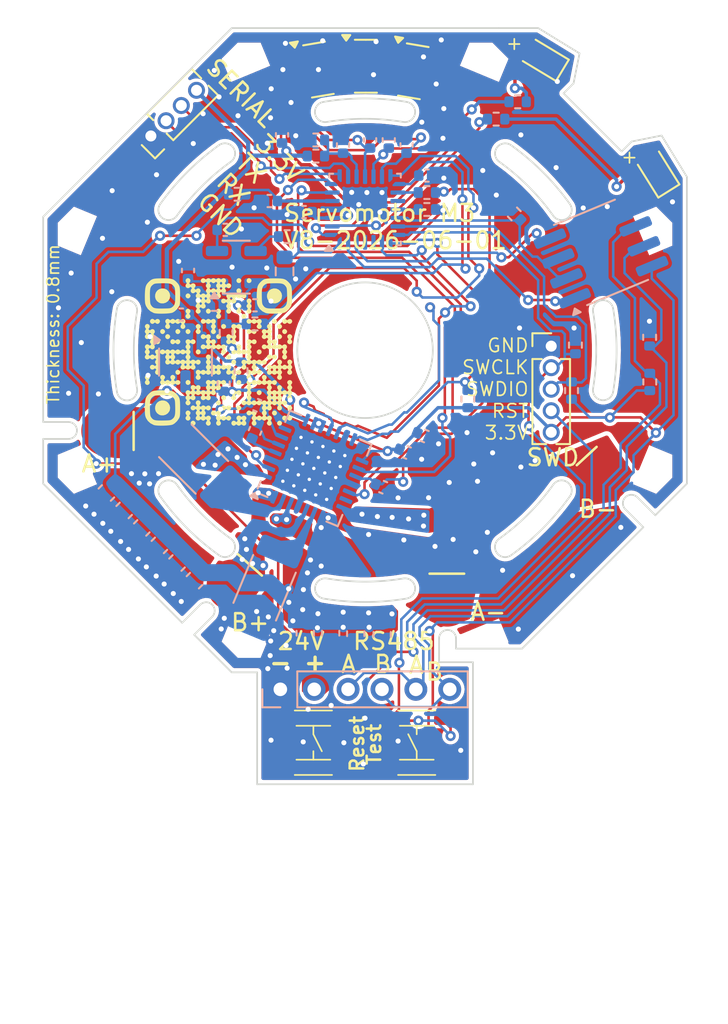
<source format=kicad_pcb>
(kicad_pcb (version 20240108) (generator "pcbnew") (generator_version "8.0")
  (title_block (title "Servo motor stepper M3") (date "2024-07-15") (rev "V8"))
  (layers (0 "F.Cu" signal) (31 "B.Cu" signal) (34 "B.Paste" user) (35 "F.Paste" user) (36 "B.SilkS" user "B.Silkscreen") (37 "F.SilkS" user "F.Silkscreen") (38 "B.Mask" user) (39 "F.Mask" user) (44 "Edge.Cuts" user))
  (net 0 "")
  (net 1 "GND")
  (net 2 "Net-(U5-CP1)")
  (net 3 "Net-(U5-CP2)")
  (net 4 "+24V")
  (net 5 "Net-(U5-VCP)")
  (net 6 "+3.3V")
  (net 7 "/index/schTop/HALL1")
  (net 8 "/index/schTop/RESET")
  (net 9 "/index/schTop/HALL2")
  (net 10 "/index/schTop/HALL3")
  (net 11 "Net-(U9--)")
  (net 12 "Net-(U9-+)")
  (net 13 "/index/schTop/REF24")
  (net 14 "/index/schTop/TEMPERATURE")
  (net 15 "Net-(D3-A)")
  (net 16 "Net-(D4-A)")
  (net 17 "/index/schTop/UART2 RX")
  (net 18 "/index/schTop/UART2 TX")
  (net 19 "/index/schTop/SWCLK")
  (net 20 "/index/schTop/SWDIO")
  (net 21 "/index/schTop/B")
  (net 22 "/index/schTop/A")
  (net 23 "Net-(U5-SENSE1)")
  (net 24 "Net-(U5-SENSE2)")
  (net 25 "/index/schTop/~{MENABLE}")
  (net 26 "/index/schTop/LED_GREEN")
  (net 27 "/index/schTop/LED_RED")
  (net 28 "/index/schTop/RS485_EN")
  (net 29 "Net-(R20-Pad1)")
  (net 30 "/index/schTop/OVER_VOLTAGE")
  (net 31 "/index/schTop/IMCONTROL")
  (net 32 "/index/schTop/PWMOV")
  (net 33 "/index/schTop/OUT2B")
  (net 35 "/index/schTop/STEP")
  (net 36 "/index/schTop/DIR")
  (net 38 "/index/schTop/OUT1B")
  (net 39 "/index/schTop/OUT1A")
  (net 40 "/index/schTop/OUT2A")
  (net 41 "/index/schTop/RS485_D")
  (net 42 "/index/schTop/RS485_R")
  (net 43 "Net-(U5-REF)")
  (net 46 "+5V")
  (net 47 "/index/schTop/~{HOLDEN}")
  (net 48 "/index/schTop/FLAG1")
  (net 49 "unconnected-(U5-FLAG2-Pad12)")
  (footprint "servo_motor:TS3735PA-250gf" (layer "F.Cu") (at 146.5 116.4 -90)
    (property "Reference" "SW2" (hide yes))
    (property "Value" "TS3735PA-250gf")
  )
  (footprint "LED_SMD:LED_0603_1608Metric" (layer "F.Cu") (at 166.7 82.6 122)
    (property "Reference" "D4" (hide yes))
    (property "Value" "MHT192UGCT")
  )
  (footprint "servo_motor:Pad_3mm_TopOnly" (layer "F.Cu") (at 134.3 98)
    (property "Reference" "J8" (hide yes))
    (property "Value" "Conn_01x01_Socket" (hide yes))
  )
  (footprint "Package_TO_SOT_SMD:SOT-23" (layer "F.Cu") (at 149.6 76.5)
    (property "Reference" "U7" (hide yes))
    (property "Value" "AH49HSC")
  )
  (footprint "Package_TO_SOT_SMD:SOT-23" (layer "F.Cu") (at 146.8 76.7 9.6)
    (property "Reference" "U4" (hide yes))
    (property "Value" "AH49HSC")
  )
  (footprint "servo_motor:Pad_3mm_TopOnly" (layer "F.Cu") (at 141.7 107.1)
    (property "Reference" "J3" (hide yes))
    (property "Value" "Conn_01x01_Socket" (hide yes))
  )
  (footprint "Connector_PinHeader_1.27mm:PinHeader_1x05_P1.27mm_Vertical" (layer "F.Cu") (at 160.54 93.009999)
    (property "Reference" "J2" (hide yes))
    (property "Value" "01x05 male P=1.27mm")
  )
  (footprint "Connector_PinHeader_1.27mm:PinHeader_1x04_P1.27mm_Vertical" (layer "F.Cu") (at 136.906497 80.613503 135)
    (property "Reference" "J1" (hide yes))
    (property "Value" "01x04 male P=1.27mm")
  )
  (footprint "servo_motor:TS3735PA-250gf" (layer "F.Cu") (at 152.6 116.4 90)
    (property "Reference" "SW1" (hide yes))
    (property "Value" "TS3735PA-250gf")
  )
  (footprint "LOGO" (layer "F.Cu") (at 140.9 93.35)
    (property "Reference" "G***" (hide yes))
    (property "Value" "LOGO" (hide yes))
  )
  (footprint "LED_SMD:LED_0603_1608Metric" (layer "F.Cu") (at 159.92907 75.979069 149)
    (property "Reference" "D3" (hide yes))
    (property "Value" "KT-0603R")
  )
  (footprint "servo_motor:Pad_3mm_TopOnly" (layer "F.Cu") (at 163.7 100.7)
    (property "Reference" "J6" (hide yes))
    (property "Value" "Conn_01x01_Socket" (hide yes))
  )
  (footprint "Package_TO_SOT_SMD:SOT-23" (layer "F.Cu") (at 152.4 76.8 -9.6)
    (property "Reference" "U6" (hide yes))
    (property "Value" "AH49HSC")
  )
  (footprint "servo_motor:Pad_3mm_TopOnly" (layer "F.Cu") (at 154.4 108.05)
    (property "Reference" "J7" (hide yes))
    (property "Value" "Conn_01x01_Socket" (hide yes))
  )
  (footprint "Capacitor_SMD:C_0603_1608Metric" (layer "B.Cu") (at 139.48 106.84 -135)
    (property "Reference" "C7" (hide yes))
    (property "Value" "10uF")
  )
  (footprint "Package_TO_SOT_SMD:SOT-23-3" (layer "B.Cu") (at 138.95 93.95 -90)
    (property "Reference" "U11" (hide yes))
    (property "Value" "XC6206PxxxMR")
  )
  (footprint "Capacitor_SMD:C_0603_1608Metric" (layer "B.Cu") (at 138.45 105.8 -135)
    (property "Reference" "C14" (hide yes))
    (property "Value" "10uF")
  )
  (footprint "Resistor_SMD:R_0402_1005Metric" (layer "B.Cu") (at 146.65 81.8 180)
    (property "Reference" "R29" (hide yes))
    (property "Value" "4.7k")
  )
  (footprint "Capacitor_SMD:C_0603_1608Metric" (layer "B.Cu") (at 149 109.97 -90)
    (property "Reference" "C16" (hide yes))
    (property "Value" "10uF")
  )
  (footprint "Resistor_SMD:R_0402_1005Metric" (layer "B.Cu") (at 161.97 92.95 -90)
    (property "Reference" "R4" (hide yes))
    (property "Value" "10k")
  )
  (footprint "Resistor_SMD:R_2010_5025Metric" (layer "B.Cu") (at 139.43 99.67 -45)
    (property "Reference" "R3" (hide yes))
    (property "Value" "150m")
  )
  (footprint "Resistor_SMD:R_0603_1608Metric" (layer "B.Cu") (at 144.8 88.6 90)
    (property "Reference" "R23" (hide yes))
    (property "Value" "1.8k" (hide yes))
  )
  (footprint "Capacitor_SMD:C_0402_1005Metric" (layer "B.Cu") (at 150.62 101.33 -22.5)
    (property "Reference" "C1" (hide yes))
    (property "Value" "10nF" (hide yes))
  )
  (footprint "Resistor_SMD:R_0402_1005Metric" (layer "B.Cu") (at 157.29 79.62)
    (property "Reference" "R11" (hide yes))
    (property "Value" "470R")
  )
  (footprint "Capacitor_SMD:C_0402_1005Metric" (layer "B.Cu") (at 139.1 88.55 90)
    (property "Reference" "C30" (hide yes))
    (property "Value" "100pF")
  )
  (footprint "Package_DFN_QFN:QFN-28-1EP_5x5mm_P0.5mm_EP3.75x3.75mm_ThermalVias" (layer "B.Cu") (at 146.527297 100.220581 -22.5)
    (property "Reference" "U5" (hide yes))
    (property "Value" "A4988")
  )
  (footprint "Resistor_SMD:R_0402_1005Metric" (layer "B.Cu") (at 142.23 94.46 90)
    (property "Reference" "R6" (hide yes))
    (property "Value" "10k")
  )
  (footprint "Resistor_SMD:R_0402_1005Metric" (layer "B.Cu") (at 161.74 95.63 -90)
    (property "Reference" "R5" (hide yes))
    (property "Value" "10k")
  )
  (footprint "Capacitor_SMD:C_0402_1005Metric" (layer "B.Cu") (at 153.071816 98.308564 157.5)
    (property "Reference" "C35" (hide yes))
    (property "Value" "100nF" (hide yes))
  )
  (footprint "Capacitor_SMD:C_0402_1005Metric" (layer "B.Cu") (at 138.7 91.15 180)
    (property "Reference" "C5" (hide yes))
    (property "Value" "4.7uF")
  )
  (footprint "Capacitor_SMD:C_0402_1005Metric" (layer "B.Cu") (at 143.05 90.6)
    (property "Reference" "C22" (hide yes))
    (property "Value" "1uF")
  )
  (footprint "Package_TO_SOT_SMD:SOT-23-5" (layer "B.Cu") (at 141.95 88.35)
    (property "Reference" "U9" (hide yes))
    (property "Value" "LM321")
  )
  (footprint "Resistor_SMD:R_0402_1005Metric" (layer "B.Cu") (at 166.35 92.49 -90)
    (property "Reference" "R2" (hide yes))
    (property "Value" "10k")
  )
  (footprint "Resistor_SMD:R_0402_1005Metric" (layer "B.Cu") (at 142 84.05 180)
    (property "Reference" "R15" (hide yes))
    (property "Value" "10k")
  )
  (footprint "Capacitor_SMD:C_0402_1005Metric" (layer "B.Cu") (at 141.3 86.15)
    (property "Reference" "C28" (hide yes))
    (property "Value" "100nF" (hide yes))
  )
  (footprint "Capacitor_SMD:C_0402_1005Metric" (layer "B.Cu") (at 148.25 81.15 90)
    (property "Reference" "C41" (hide yes))
    (property "Value" "100nF" (hide yes))
  )
  (footprint "Package_SO:SOIC-8_3.9x4.9mm_P1.27mm" (layer "B.Cu") (at 163.48 87.48 22.5)
    (property "Reference" "U10" (hide yes))
    (property "Value" "SP3485EN")
  )
  (footprint "Connector_PinSocket_2.00mm:PinSocket_1x06_P2.00mm_Vertical" (layer "B.Cu") (at 144.55 113.25 -90)
    (property "Reference" "J4" (hide yes))
    (property "Value" "Conn_01x06_Socket")
  )
  (footprint "Resistor_SMD:R_0402_1005Metric" (layer "B.Cu") (at 141.35 92.2 90)
    (property "Reference" "R27" (hide yes))
    (property "Value" "10k")
  )
  (footprint "Capacitor_SMD:C_0603_1608Metric" (layer "B.Cu") (at 150.56 110.01 -90)
    (property "Reference" "C12" (hide yes))
    (property "Value" "10uF")
  )
  (footprint "Capacitor_SMD:C_0402_1005Metric" (layer "B.Cu") (at 152.02 99.28 -22.5)
    (property "Reference" "C6" (hide yes))
    (property "Value" "220nF")
  )
  (footprint "Resistor_SMD:R_0402_1005Metric" (layer "B.Cu") (at 158.359375 85.209375 -45)
    (property "Reference" "R13" (hide yes))
    (property "Value" "10k")
  )
  (footprint "Resistor_SMD:R_0402_1005Metric" (layer "B.Cu") (at 143.05 91.7 180)
    (property "Reference" "R24" (hide yes))
    (property "Value" "10k")
  )
  (footprint "Capacitor_SMD:C_0402_1005Metric" (layer "B.Cu") (at 149.85 80.85 90)
    (property "Reference" "C17" (hide yes))
    (property "Value" "1nF")
  )
  (footprint "Capacitor_SMD:C_0402_1005Metric" (layer "B.Cu") (at 144.65 80.55 90)
    (property "Reference" "C9" (hide yes))
    (property "Value" "1uF")
  )
  (footprint "Resistor_SMD:R_2010_5025Metric" (layer "B.Cu") (at 143.62 107.26 67.5)
    (property "Reference" "R1" (hide yes))
    (property "Value" "150m")
  )
  (footprint "Resistor_SMD:R_0402_1005Metric" (layer "B.Cu") (at 158.56 78.6)
    (property "Reference" "R12" (hide yes))
    (property "Value" "1.5k")
  )
  (footprint "Package_DFN_QFN:QFN-28_4x4mm_P0.5mm" (layer "B.Cu") (at 149.55 84.95)
    (property "Reference" "U8" (hide yes))
    (property "Value" "STM32G031G8U6")
  )
  (footprint "Resistor_SMD:R_0402_1005Metric" (layer "B.Cu") (at 153.2 83.95)
    (property "Reference" "R22" (hide yes))
    (property "Value" "10k")
  )
  (footprint "Resistor_SMD:R_0402_1005Metric" (layer "B.Cu") (at 140.66 90.55 180)
    (property "Reference" "R26" (hide yes))
    (property "Value" "1K")
  )
  (footprint "Capacitor_SMD:C_0402_1005Metric" (layer "B.Cu") (at 143.060162 98.00783 67.5)
    (property "Reference" "C2" (hide yes))
    (property "Value" "22nF" (hide yes))
  )
  (footprint "Capacitor_SMD:C_0402_1005Metric" (layer "B.Cu") (at 153.2 82.95)
    (property "Reference" "C36" (hide yes))
    (property "Value" "100nF" (hide yes))
  )
  (footprint "Capacitor_SMD:C_0603_1608Metric" (layer "B.Cu") (at 136.37 103.73 -135)
    (property "Reference" "C15" (hide yes))
    (property "Value" "10uF")
  )
  (footprint "Resistor_SMD:R_0402_1005Metric" (layer "B.Cu") (at 146.65 80.85 180)
    (property "Reference" "TH1" (hide yes))
    (property "Value" "100k 1% NTC")
  )
  (footprint "Capacitor_SMD:C_0603_1608Metric" (layer "B.Cu") (at 146.02 109.94 -90)
    (property "Reference" "C8" (hide yes))
    (property "Value" "10uF")
  )
  (footprint "Capacitor_SMD:C_0402_1005Metric" (layer "B.Cu") (at 141.2 95.2 90)
    (property "Reference" "C4" (hide yes))
    (property "Value" "4.7uF")
  )
  (footprint "Capacitor_SMD:C_0603_1608Metric" (layer "B.Cu") (at 147.52 109.94 -90)
    (property "Reference" "C13" (hide yes))
    (property "Value" "10uF")
  )
  (footprint "Capacitor_SMD:C_0402_1005Metric" (layer "B.Cu") (at 143.189418 96.497298 -22.5)
    (property "Reference" "C3" (hide yes))
    (property "Value" "100nF" (hide yes))
  )
  (footprint "Capacitor_SMD:C_0402_1005Metric" (layer "B.Cu") (at 150.95 80.85 90)
    (property "Reference" "C20" (hide yes))
    (property "Value" "1nF" (hide yes))
  )
  (footprint "Capacitor_SMD:C_0402_1005Metric" (layer "B.Cu") (at 145.95 85.1 180)
    (property "Reference" "C37" (hide yes))
    (property "Value" "100nF" (hide yes))
  )
  (footprint "Resistor_SMD:R_0402_1005Metric" (layer "B.Cu") (at 155.62 96.13 90)
    (property "Reference" "R7" (hide yes))
    (property "Value" "10k" (hide yes))
  )
  (footprint "Capacitor_SMD:C_0603_1608Metric" (layer "B.Cu") (at 135.33 102.7 -135)
    (property "Reference" "C10" (hide yes))
    (property "Value" "10uF")
  )
  (footprint "Resistor_SMD:R_0402_1005Metric" (layer "B.Cu") (at 144.95 86.55)
    (property "Reference" "R20" (hide yes))
    (property "Value" "10k")
  )
  (footprint "Capacitor_SMD:C_0603_1608Metric" (layer "B.Cu") (at 134.28 101.67 -135)
    (property "Reference" "C11" (hide yes))
    (property "Value" "10uF")
  )
  (footprint "Capacitor_SMD:C_0402_1005Metric" (layer "B.Cu") (at 152 81.15 90)
    (property "Reference" "C23" (hide yes))
    (property "Value" "1nF")
  )
  (footprint "Resistor_SMD:R_0402_1005Metric" (layer "B.Cu") (at 166.36 95.12 -90)
    (property "Reference" "R17" (hide yes))
    (property "Value" "10k")
  )
  (footprint "Capacitor_SMD:C_0603_1608Metric" (layer "B.Cu") (at 137.41 104.76 -135)
    (property "Reference" "C19" (hide yes))
    (property "Value" "10uF")
  )
  (footprint "Resistor_SMD:R_0402_1005Metric" (layer "B.Cu") (at 153.2 84.95)
    (property "Reference" "R25" (hide yes))
    (property "Value" "10k")
  )
  (footprint "Capacitor_SMD:C_0402_1005Metric" (layer "B.Cu") (at 143.9 84.45 180)
    (property "Reference" "C18" (hide yes))
    (property "Value" "100nF" (hide yes))
  )
  (gr_line (start 162.05 100.03) (end 163.22 98.95) (stroke (width 0.15)) (layer "F.SilkS"))
  (gr_line (start 142.04 105.28) (end 143.46 106.54) (stroke (width 0.15)) (layer "F.SilkS"))
  (gr_line (start 153.36 106.43) (end 155.4 106.43) (stroke (width 0.15)) (layer "F.SilkS"))
  (gr_line (start 135.89 96.89) (end 135.89 99.13) (stroke (width 0.15)) (layer "F.SilkS"))
  (gr_line (start 140.522754 108.971491) (end 139.462094 110.032151) (stroke (width 0.1)) (layer "Edge.Cuts"))
  (gr_line (start 130.55 101.120057) (end 138.754987 109.325044) (stroke (width 0.1)) (layer "Edge.Cuts"))
  (gr_arc (start 152.000887 107.896308) (mid 149.54993 108.099966) (end 147.098973 107.896308) (stroke (width 0.1)) (layer "Edge.Cuts"))
  (gr_line (start 158.820058 110.85) (end 165.978598 103.691459) (stroke (width 0.1)) (layer "Edge.Cuts"))
  (gr_arc (start 163.012728 90.997067) (mid 163.50547 90.306222) (end 164.196271 90.799009) (stroke (width 0.1)) (layer "Edge.Cuts"))
  (gr_arc (start 140.926491 105.339582) (mid 139.049394 103.750502) (end 137.460314 101.873405) (stroke (width 0.1)) (layer "Edge.Cuts"))
  (gr_arc (start 134.903589 95.700923) (mid 134.699935 93.249966) (end 134.903589 90.799009) (stroke (width 0.1)) (layer "Edge.Cuts"))
  (gr_line (start 138.754987 109.325044) (end 139.815647 108.264384) (stroke (width 0.1)) (layer "Edge.Cuts"))
  (gr_arc (start 164.917938 102.630799) (mid 164.917939 101.923692) (end 165.625045 101.923693) (stroke (width 0.1)) (layer "Edge.Cuts"))
  (gr_line (start 143.179943 118.85) (end 155.920058 118.85) (stroke (width 0.1)) (layer "Edge.Cuts"))
  (gr_line (start 165.978598 103.691459) (end 164.917938 102.630799) (stroke (width 0.1)) (layer "Edge.Cuts"))
  (gr_line (start 139.462094 110.032151) (end 141.679943 112.25) (stroke (width 0.1)) (layer "Edge.Cuts"))
  (gr_circle (center 149.55 93.25) (end 153.55 93.25) (stroke (width 0.1)) (fill none) (layer "Edge.Cuts"))
  (gr_arc (start 151.80283 106.712765) (mid 152.493643 107.205476) (end 152.000887 107.896308) (stroke (width 0.1)) (layer "Edge.Cuts"))
  (gr_line (start 167.057107 80.587049) (end 168.55 83.023229) (stroke (width 0.1)) (layer "Edge.Cuts"))
  (gr_arc (start 147.29703 79.787168) (mid 149.54993 79.599966) (end 151.80283 79.787168) (stroke (width 0.1)) (layer "Edge.Cuts"))
  (gr_line (start 155.920058 118.85) (end 155.920058 111.65) (stroke (width 0.1)) (layer "Edge.Cuts"))
  (gr_line (start 143.179943 112.25) (end 143.179943 118.85) (stroke (width 0.1)) (layer "Edge.Cuts"))
  (gr_arc (start 138.437253 85.323371) (mid 137.60037 85.463382) (end 137.460314 84.626528) (stroke (width 0.1)) (layer "Edge.Cuts"))
  (gr_line (start 157.420058 74.25) (end 141.679943 74.25) (stroke (width 0.1)) (layer "Edge.Cuts"))
  (gr_arc (start 147.098973 107.896308) (mid 146.606193 107.205466) (end 147.29703 106.712765) (stroke (width 0.1)) (layer "Edge.Cuts"))
  (gr_arc (start 139.815647 108.264384) (mid 140.5228 108.264339) (end 140.522753 108.971491) (stroke (width 0.1)) (layer "Edge.Cuts"))
  (gr_line (start 159.776771 74.25) (end 162.212951 75.742893) (stroke (width 0.1)) (layer "Edge.Cuts"))
  (gr_arc (start 164.196271 95.700923) (mid 163.505472 96.19367) (end 163.012728 95.502866) (stroke (width 0.1)) (layer "Edge.Cuts"))
  (gr_arc (start 147.29703 79.787168) (mid 146.606232 79.294428) (end 147.098973 78.603625) (stroke (width 0.1)) (layer "Edge.Cuts"))
  (gr_arc (start 151.80283 106.712765) (mid 149.54993 106.899966) (end 147.29703 106.712765) (stroke (width 0.1)) (layer "Edge.Cuts"))
  (gr_line (start 161.270058 78.1) (end 161.859398 77.51066) (stroke (width 0.1)) (layer "Edge.Cuts"))
  (gr_arc (start 147.098973 78.603625) (mid 149.54993 78.399966) (end 152.000887 78.603625) (stroke (width 0.1)) (layer "Edge.Cuts"))
  (gr_arc (start 152.000887 78.603625) (mid 152.493668 79.294428) (end 151.80283 79.787168) (stroke (width 0.1)) (layer "Edge.Cuts"))
  (gr_line (start 130.55 85.379942) (end 130.55 97.483546) (stroke (width 0.1)) (layer "Edge.Cuts"))
  (gr_line (start 164.7 81.529942) (end 161.270058 78.1) (stroke (width 0.1)) (layer "Edge.Cuts"))
  (gr_arc (start 134.903589 90.799009) (mid 135.594434 90.306196) (end 136.087131 90.997067) (stroke (width 0.1)) (layer "Edge.Cuts"))
  (gr_line (start 167.057107 80.587049) (end 165.28934 80.940602) (stroke (width 0.1)) (layer "Edge.Cuts"))
  (gr_arc (start 158.173369 105.339582) (mid 157.3364 105.199544) (end 157.476525 104.362643) (stroke (width 0.1)) (layer "Edge.Cuts"))
  (gr_arc (start 163.012728 90.997067) (mid 163.199936 93.249967) (end 163.012728 95.502866) (stroke (width 0.1)) (layer "Edge.Cuts"))
  (gr_line (start 141.679943 74.25) (end 130.55 85.379942) (stroke (width 0.1)) (layer "Edge.Cuts"))
  (gr_line (start 158.820058 110.85) (end 157.610897 110.85) (stroke (width 0.1)) (layer "Edge.Cuts"))
  (gr_line (start 141.679943 112.25) (end 143.179943 112.25) (stroke (width 0.1)) (layer "Edge.Cuts"))
  (gr_arc (start 132.05 97.483546) (mid 132.550028 97.983528) (end 132.05 98.483546) (stroke (width 0.1)) (layer "Edge.Cuts"))
  (gr_arc (start 137.460314 84.626528) (mid 139.049399 82.749437) (end 140.926491 81.160351) (stroke (width 0.1)) (layer "Edge.Cuts"))
  (gr_arc (start 164.196271 90.799009) (mid 164.399935 93.249966) (end 164.196271 95.700923) (stroke (width 0.1)) (layer "Edge.Cuts"))
  (gr_arc (start 136.087131 95.502866) (mid 135.899936 93.249967) (end 136.087131 90.997067) (stroke (width 0.1)) (layer "Edge.Cuts"))
  (gr_arc (start 160.662607 101.176562) (mid 159.201934 102.90197) (end 157.476525 104.362643) (stroke (width 0.1)) (layer "Edge.Cuts"))
  (gr_arc (start 157.476525 82.13729) (mid 159.201937 83.597959) (end 160.662607 85.323371) (stroke (width 0.1)) (layer "Edge.Cuts"))
  (gr_arc (start 137.460314 101.873405) (mid 137.600376 101.036527) (end 138.437253 101.176562) (stroke (width 0.1)) (layer "Edge.Cuts"))
  (gr_line (start 157.610897 110.85) (end 154.920058 110.85) (stroke (width 0.1)) (layer "Edge.Cuts"))
  (gr_line (start 157.420058 74.25) (end 159.776771 74.25) (stroke (width 0.1)) (layer "Edge.Cuts"))
  (gr_line (start 161.859398 77.51066) (end 162.212951 75.742893) (stroke (width 0.1)) (layer "Edge.Cuts"))
  (gr_line (start 165.625045 101.923693) (end 166.685705 102.984353) (stroke (width 0.1)) (layer "Edge.Cuts"))
  (gr_arc (start 153.920058 110.25) (mid 154.420058 109.75) (end 154.920058 110.25) (stroke (width 0.1)) (layer "Edge.Cuts"))
  (gr_line (start 155.920058 111.65) (end 153.920058 111.65) (stroke (width 0.1)) (layer "Edge.Cuts"))
  (gr_line (start 168.55 101.120057) (end 168.55 83.023229) (stroke (width 0.1)) (layer "Edge.Cuts"))
  (gr_line (start 130.55 97.483546) (end 132.05 97.483546) (stroke (width 0.1)) (layer "Edge.Cuts"))
  (gr_arc (start 157.476525 82.13729) (mid 157.336439 81.300384) (end 158.173369 81.160351) (stroke (width 0.1)) (layer "Edge.Cuts"))
  (gr_arc (start 138.437253 85.323371) (mid 139.897919 83.597955) (end 141.623335 82.13729) (stroke (width 0.1)) (layer "Edge.Cuts"))
  (gr_arc (start 161.639545 101.873405) (mid 160.05047 103.750507) (end 158.173369 105.339582) (stroke (width 0.1)) (layer "Edge.Cuts"))
  (gr_arc (start 158.173369 81.160351) (mid 160.050457 82.749438) (end 161.639545 84.626528) (stroke (width 0.1)) (layer "Edge.Cuts"))
  (gr_line (start 166.685705 102.984353) (end 168.55 101.120057) (stroke (width 0.1)) (layer "Edge.Cuts"))
  (gr_line (start 153.920058 110.25) (end 153.920058 111.65) (stroke (width 0.1)) (layer "Edge.Cuts"))
  (gr_line (start 165.28934 80.940602) (end 164.7 81.529942) (stroke (width 0.1)) (layer "Edge.Cuts"))
  (gr_arc (start 140.926491 81.160351) (mid 141.76335 81.300392) (end 141.623335 82.13729) (stroke (width 0.1)) (layer "Edge.Cuts"))
  (gr_arc (start 141.623335 104.362643) (mid 141.763367 105.19952) (end 140.926491 105.339582) (stroke (width 0.1)) (layer "Edge.Cuts"))
  (gr_line (start 130.55 98.483546) (end 130.55 101.120057) (stroke (width 0.1)) (layer "Edge.Cuts"))
  (gr_arc (start 161.639545 84.626528) (mid 161.499527 85.463477) (end 160.662607 85.323371) (stroke (width 0.1)) (layer "Edge.Cuts"))
  (gr_arc (start 160.662607 101.176562) (mid 161.499538 101.036507) (end 161.639545 101.873405) (stroke (width 0.1)) (layer "Edge.Cuts"))
  (gr_line (start 132.05 98.483546) (end 130.55 98.483546) (stroke (width 0.1)) (layer "Edge.Cuts"))
  (gr_arc (start 141.623335 104.362643) (mid 139.897923 102.901974) (end 138.437253 101.176562) (stroke (width 0.1)) (layer "Edge.Cuts"))
  (gr_arc (start 136.087131 95.502866) (mid 135.594422 96.193633) (end 134.903589 95.700923) (stroke (width 0.1)) (layer "Edge.Cuts"))
  (gr_line (start 154.920058 110.25) (end 154.920058 110.85) (stroke (width 0.1)) (layer "Edge.Cuts"))
  (gr_text "+" (at 145.85 112.25 0) (layer "F.SilkS") (effects (font (size 1 1) (thickness 0.2)) (justify left bottom)))
  (gr_text "Reset" (at 149.55 118.2 90) (layer "F.SilkS") (effects (font (size 0.8 0.8)) (justify left bottom)))
  (gr_text "+" (at 164.6 82.3 0) (layer "F.SilkS") (effects (font (size 0.8 0.8) (thickness 0.1)) (justify left bottom)))
  (gr_text "3.3V\nTX\nRX\nGND" (at 139.45 84.55 -45) (layer "F.SilkS") (effects (font (size 1 1)) (justify left bottom)))
  (gr_text "B" (at 150 112.35 0) (layer "F.SilkS") (effects (font (size 1 1)) (justify left bottom)))
  (gr_text "Servomotor M3\n${REVISION}-${CURRENT_DATE}" (at 144.67 87.36 0) (layer "F.SilkS") (effects (font (size 1 1)) (justify left bottom)))
  (gr_text "RS485" (at 148.75 111 0) (layer "F.SilkS") (effects (font (size 1 1)) (justify left bottom)))
  (gr_text "SWD" (at 158.99 100.16 0) (layer "F.SilkS") (effects (font (size 1 1)) (justify left bottom)))
  (gr_text "-" (at 143.8 112.25 0) (layer "F.SilkS") (effects (font (size 1 1) (thickness 0.2)) (justify left bottom)))
  (gr_text "B" (at 153.05 112.8 0) (layer "F.SilkS") (effects (font (size 1 1)) (justify left bottom)))
  (gr_text "Thickness: 0.8mm" (at 131.55 96.5 90) (layer "F.SilkS") (effects (font (size 0.7 0.7) (thickness 0.1)) (justify left bottom)))
  (gr_text "Test" (at 150.55 117.8 90) (layer "F.SilkS") (effects (font (size 0.8 0.8)) (justify left bottom)))
  (gr_text "+" (at 157.8 75.6 0) (layer "F.SilkS") (effects (font (size 0.8 0.8) (thickness 0.1)) (justify left bottom)))
  (gr_text "B+" (at 141.55 109.89 0) (layer "F.SilkS") (effects (font (size 1 1)) (justify left bottom)))
  (gr_text "GND\nSWCLK\nSWDIO\nRST\n3.3V" (at 159.27 98.59 0) (layer "F.SilkS") (effects (font (size 0.8 0.8) (thickness 0.1)) (justify right bottom)))
  (gr_text "24V" (at 144.3 111 0) (layer "F.SilkS") (effects (font (size 1 1)) (justify left bottom)))
  (gr_text "A+" (at 132.73 100.53 0) (layer "F.SilkS") (effects (font (size 1 1)) (justify left bottom)))
  (gr_text "SERIAL" (at 139.974557 76.65 -45) (layer "F.SilkS") (effects (font (size 1 1)) (justify left bottom)))
  (gr_text "A" (at 148.05 112.35 0) (layer "F.SilkS") (effects (font (size 1 1)) (justify left bottom)))
  (gr_text "A-" (at 155.68 109.27 0) (layer "F.SilkS") (effects (font (size 1 1)) (justify left bottom)))
  (gr_text "B-" (at 162.08 103.2 0) (layer "F.SilkS") (effects (font (size 1 1)) (justify left bottom)))
  (gr_text "A" (at 152.05 112.4 0) (layer "F.SilkS") (effects (font (size 1 1)) (justify left bottom)))
  (segment (start 151.8 76.8) (end 153.168025 76.8) (width 0.2) (layer "F.Cu") (net 1))
  (segment (start 151.5 76.5) (end 151.8 76.8) (width 0.2) (layer "F.Cu") (net 1))
  (segment (start 148.3 76.5) (end 151.5 76.5) (width 0.2) (layer "F.Cu") (net 1))
  (via (at 154.05 74.95) (size 0.6) (drill 0.3) (layers "F.Cu" "B.Cu") (net 1))
  (via (at 143.95 111.26) (size 0.6) (drill 0.3) (layers "F.Cu" "B.Cu") (net 1))
  (via (at 160.9 77.4) (size 0.6) (drill 0.3) (layers "F.Cu" "B.Cu") (net 1))
  (via (at 154.2 79) (size 0.6) (drill 0.3) (layers "F.Cu" "B.Cu") (net 1))
  (via (at 162.43 84.86) (size 0.6) (drill 0.3) (layers "F.Cu" "B.Cu") (net 1))
  (via (at 150.43 85.11) (size 0.6) (drill 0.3) (layers "F.Cu" "B.Cu") (net 1))
  (via (at 137.69 107.04) (size 0.6) (drill 0.3) (layers "F.Cu" "B.Cu") (net 1))
  (via (at 143.97 79.54) (size 0.6) (drill 0.3) (layers "F.Cu" "B.Cu") (net 1))
  (via (at 132.05 95.79) (size 0.6) (drill 0.3) (layers "F.Cu" "B.Cu") (net 1))
  (via (at 151.5 101.96) (size 0.6) (drill 0.3) (layers "F.Cu" "B.Cu") (net 1))
  (via (at 138.23 107.6) (size 0.6) (drill 0.3) (layers "F.Cu" "B.Cu") (net 1))
  (via (at 155.2 116.85) (size 0.6) (drill 0.3) (layers "F.Cu" "B.Cu") (net 1))
  (via (at 149.18 84.66) (size 0.6) (drill 0.3) (layers "F.Cu" "B.Cu") (net 1))
  (via (at 149.66 83.95) (size 0.6) (drill 0.3) (layers "F.Cu" "B.Cu") (net 1))
  (via (at 136.83 101.13) (size 0.6) (drill 0.3) (layers "F.Cu" "B.Cu") (net 1))
  (via (at 134.6 89.8) (size 0.6) (drill 0.3) (layers "F.Cu" "B.Cu") (net 1))
  (via (at 143.78 81.04) (size 0.6) (drill 0.3) (layers "F.Cu" "B.Cu") (net 1))
  (via (at 150.2 75.05) (size 0.6) (drill 0.3) (layers "F.Cu" "B.Cu") (net 1))
  (via (at 145.45 89.05) (size 0.6) (drill 0.3) (layers "F.Cu" "B.Cu") (net 1))
  (via (at 133.81 95.83) (size 0.6) (drill 0.3) (layers "F.Cu" "B.Cu") (net 1))
  (via (at 153.89 98.77) (size 0.6) (drill 0.3) (layers "F.Cu" "B.Cu") (net 1))
  (via (at 145.18 78.64) (size 0.6) (drill 0.3) (layers "F.Cu" "B.Cu") (net 1))
  (via (at 138.55 88.01) (size 0.6) (drill 0.3) (layers "F.Cu" "B.Cu") (net 1))
  (via (at 137.22 106.57) (size 0.6) (drill 0.3) (layers "F.Cu" "B.Cu") (net 1))
  (via (at 146.19 114.43) (size 0.6) (drill 0.3) (layers "F.Cu" "B.Cu") (net 1))
  (via (at 163.85 84.78) (size 0.6) (drill 0.3) (layers "F.Cu" "B.Cu") (net 1))
  (via (at 136.22 101.09) (size 0.6) (drill 0.3) (layers "F.Cu" "B.Cu") (net 1))
  (via (at 135.59 105) (size 0.6) (drill 0.3) (layers "F.Cu" "B.Cu") (net 1))
  (via (at 135.76 100.53) (size 0.6) (drill 0.3) (layers "F.Cu" "B.Cu") (net 1))
  (via (at 144.95 112) (size 0.6) (drill 0.3) (layers "F.Cu" "B.Cu") (net 1))
  (via (at 136.55 100.54) (size 0.6) (drill 0.3) (layers "F.Cu" "B.Cu") (net 1))
  (via (at 134.62 83.84) (size 0.6) (drill 0.3) (layers "F.Cu" "B.Cu") (net 1))
  (via (at 148.76 83.94) (size 0.6) (drill 0.3) (layers "F.Cu" "B.Cu") (net 1))
  (via (at 131.45 90.75) (size 0.6) (drill 0.3) (layers "F.Cu" "B.Cu") (net 1))
  (via (at 158.75 80.55) (size 0.6) (drill 0.3) (layers "F.Cu" "B.Cu") (net 1))
  (via (at 154.75 104.41) (size 0.6) (drill 0.3) (layers "F.Cu" "B.Cu") (net 1))
  (via (at 145.9 116.35) (size 0.6) (drill 0.3) (layers "F.Cu" "B.Cu") (net 1))
  (via (at 143.84 108.98) (size 0.6) (drill 0.3) (layers "F.Cu" "B.Cu") (net 1))
  (via (at 139.99 79.3) (size 0.6) (drill 0.3) (layers "F.Cu" "B.Cu") (net 1))
  (via (at 150.55 83.95) (size 0.6) (drill 0.3) (layers "F.Cu" "B.Cu") (net 1))
  (via (at 143 84.85) (size 0.6) (drill 0.3) (layers "F.Cu" "B.Cu") (net 1))
  (via (at 144.95 85.25) (size 0.6) (drill 0.3) (layers "F.Cu" "B.Cu") (net 1))
  (via (at 151.5 116.3) (size 0.6) (drill 0.3) (layers "F.Cu" "B.Cu") (net 1))
  (via (at 134.05 86.65) (size 0.6) (drill 0.3) (layers "F.Cu" "B.Cu") (net 1))
  (via (at 153.3 101.95) (size 0.6) (drill 0.3) (layers "F.Cu" "B.Cu") (net 1))
  (via (at 158.6 109.7) (size 0.6) (drill 0.3) (layers "F.Cu" "B.Cu") (net 1))
  (via (at 144 90.35) (size 0.6) (drill 0.3) (layers "F.Cu" "B.Cu") (net 1))
  (via (at 156.5 82.65) (size 0.6) (drill 0.3) (layers "F.Cu" "B.Cu") (net 1))
  (via (at 144.85 75.15) (size 0.6) (drill 0.3) (layers "F.Cu" "B.Cu") (net 1))
  (via (at 142.25 86.1) (size 0.6) (drill 0.3) (layers "F.Cu" "B.Cu") (net 1))
  (via (at 156.77 103.99) (size 0.6) (drill 0.3) (layers "F.Cu" "B.Cu") (net 1))
  (via (at 143.98 110.4) (size 0.6) (drill 0.3) (layers "F.Cu" "B.Cu") (net 1))
  (via (at 142.05 79.42) (size 0.6) (drill 0.3) (layers "F.Cu" "B.Cu") (net 1))
  (via (at 133.55 102.92) (size 0.6) (drill 0.3) (layers "F.Cu" "B.Cu") (net 1))
  (via (at 158.67 91.94) (size 0.6) (drill 0.3) (layers "F.Cu" "B.Cu") (net 1))
  (via (at 153.68 104.82) (size 0.6) (drill 0.3) (layers "F.Cu" "B.Cu") (net 1))
  (via (at 145.46 80.6) (size 0.6) (drill 0.3) (layers "F.Cu" "B.Cu") (net 1))
  (via (at 144.89 110.66) (size 0.6) (drill 0.3) (layers "F.Cu" "B.Cu") (net 1))
  (via (at 157.3 84.1) (size 0.6) (drill 0.3) (layers "F.Cu" "B.Cu") (net 1))
  (via (at 141.24 109.06) (size 0.6) (drill 0.3) (layers "F.Cu" "B.Cu") (net 1))
  (via (at 144.16 109.79) (size 0.6) (drill 0.3) (layers "F.Cu" "B.Cu") (net 1))
  (via (at 134.07 103.46) (size 0.6) (drill 0.3) (layers "F.Cu" "B.Cu") (net 1))
  (via (at 157.67 106.23) (size 0.6) (drill 0.3) (layers "F.Cu" "B.Cu") (net 1))
  (via (at 144.01 77.83) (size 0.6) (drill 0.3) (layers "F.Cu" "B.Cu") (net 1))
  (via (at 141.06 109.69) (size 0.6) (drill 0.3) (layers "F.Cu" "B.Cu") (net 1))
  (via (at 161.89 91.94) (size 0.6) (drill 0.3) (layers "F.Cu" "B.Cu") (net 1))
  (via (at 149.55 114.95) (size 0.6) (drill 0.3) (layers "F.Cu" "B.Cu") (net 1))
  (via (at 154.15 80.75) (size 0.6) (drill 0.3) (layers "F.Cu" "B.Cu") (net 1))
  (via (at 167.7 84.5) (size 0.6) (drill 0.3) (layers "F.Cu" "B.Cu") (net 1))
  (via (at 166.34 91.54) (size 0.6) (drill 0.3) (layers "F.Cu" "B.Cu") (net 1))
  (via (at 158.75 100.14) (size 0.6) (drill 0.3) (layers "F.Cu" "B.Cu") (net 1))
  (via (at 135.12 104.53) (size 0.6) (drill 0.3) (layers "F.Cu" "B.Cu") (net 1))
  (via (at 157.08 99.3) (size 0.6) (drill 0.3) (layers "F.Cu" "B.Cu") (net 1))
  (via (at 147.55 114.2) (size 0.6) (drill 0.3) (layers "F.Cu" "B.Cu") (net 1))
  (via (at 156.19 100.98) (size 0.6) (drill 0.3) (layers "F.Cu" "B.Cu") (net 1))
  (via (at 144 116.25) (size 0.6) (drill 0.3) (layers "F.Cu" "B.Cu") (net 1))
  (via (at 134.54 103.93) (size 0.6) (drill 0.3) (layers "F.Cu" "B.Cu") (net 1))
  (via (at 143.15 108.66) (size 0.6) (drill 0.3) (layers "F.Cu" "B.Cu") (net 1))
  (via (at 137.36 100.53) (size 0.6) (drill 0.3) (layers "F.Cu" "B.Cu") (net 1))
  (via (at 133.06 102.44) (size 0.6) (drill 0.3) (layers "F.Cu" "B.Cu") (net 1))
  (via (at 156.09 105.14) (size 0.6) (drill 0.3) (layers "F.Cu" "B.Cu") (net 1))
  (via (at 147.05 75) (size 0.6) (drill 0.3) (layers "F.Cu" "B.Cu") (net 1))
  (via (at 154.52 101.05) (size 0.6) (drill 0.3) (layers "F.Cu" "B.Cu") (net 1))
  (via (at 160.83 82.48) (size 0.6) (drill 0.3) (layers "F.Cu" "B.Cu") (net 1))
  (via (at 140.65 76.75) (size 0.6) (drill 0.3) (layers "F.Cu" "B.Cu") (net 1))
  (via (at 149.76 104.12) (size 0.6) (drill 0.3) (layers "F.Cu" "B.Cu") (net 1))
  (via (at 138.7 108.07) (size 0.6) (drill 0.3) (layers "F.Cu" "B.Cu") (net 1))
  (via (at 140.93 78.31) (size 0.6) (drill 0.3) (layers "F.Cu" "B.Cu") (net 1))
  (via (at 150.05 77) (size 0.6) (drill 0.3) (layers "F.Cu" "B.Cu") (net 1))
  (via (at 132.8 92.8) (size 0.6) (drill 0.3) (layers "F.Cu" "B.Cu") (net 1))
  (via (at 153 75.95) (size 0.6) (drill 0.3) (layers "F.Cu" "B.Cu") (net 1))
  (via (at 144.7 76.7) (size 0.6) (drill 0.3) (layers "F.Cu" "B.Cu") (net 1))
  (via (at 143.75 88.4) (size 0.6) (drill 0.3) (layers "F.Cu" "B.Cu") (net 1))
  (via (at 143.81 112.03) (size 0.6) (drill 0.3) (layers "F.Cu" "B.Cu") (net 1))
  (via (at 153.75 77.55) (size 0.6) (drill 0.3) (layers "F.Cu" "B.Cu") (net 1))
  (via (at 136.74 94.73) (size 0.6) (drill 0.3) (layers "F.Cu" "B.Cu") (net 1))
  (via (at 132.2 88.7) (size 0.6) (drill 0.3) (layers "F.Cu" "B.Cu") (net 1))
  (via (at 136.17 105.56) (size 0.6) (drill 0.3) (layers "F.Cu" "B.Cu") (net 1))
  (via (at 151.84 104.44) (size 0.6) (drill 0.3) (layers "F.Cu" "B.Cu") (net 1))
  (via (at 136.86 92.45) (size 0.6) (drill 0.3) (layers "F.Cu" "B.Cu") (net 1))
  (via (at 161.8 106.55) (size 0.6) (drill 0.3) (layers "F.Cu" "B.Cu") (net 1))
  (via (at 149.45 117.65) (size 0.6) (drill 0.3) (layers "F.Cu" "B.Cu") (net 1))
  (via (at 155.57 98.11) (size 0.6) (drill 0.3) (layers "F.Cu" "B.Cu") (net 1))
  (via (at 136.64 106.03) (size 0.6) (drill 0.3) (layers "F.Cu" "B.Cu") (net 1))
  (via (at 164.65 103.7) (size 0.6) (drill 0.3) (layers "F.Cu" "B.Cu") (net 1))
  (via (at 139.41 81.06) (size 0.6) (drill 0.3) (layers "F.Cu" "B.Cu") (net 1))
  (via (at 139.7 90.3) (size 0.6) (drill 0.3) (layers "F.Cu" "B.Cu") (net 1))
  (via (at 152.89 99.68) (size 0.6) (drill 0.3) (layers "F.Cu" "B.Cu") (net 1))
  (via (at 155.97 99.96) (size 0.6) (drill 0.3) (layers "F.Cu" "B.Cu") (net 1))
  (via (at 146.05 88.45) (size 0.6) (drill 0.3) (layers "F.Cu" "B.Cu") (net 1))
  (via (at 154.2 83.1) (size 0.6) (drill 0.3) (layers "F.Cu" "B.Cu") (net 1))
  (via (at 159.59 99.76) (size 0.6) (drill 0.3) (layers "F.Cu" "B.Cu") (net 1))
  (via (at 136.7 85.7) (size 0.6) (drill 0.3) (layers "F.Cu" "B.Cu") (net 1))
  (via (at 152.9 79.8) (size 0.6) (drill 0.3) (layers "F.Cu" "B.Cu") (net 1))
  (via (at 148.3 116.4) (size 0.6) (drill 0.3) (layers "F.Cu" "B.Cu") (net 1))
  (via (at 146.8 76.7) (size 0.6) (drill 0.3) (layers "F.Cu" "B.Cu") (net 1))
  (via (at 137.24 82.9) (size 0.6) (drill 0.3) (layers "F.Cu" "B.Cu") (net 1))
  (via (at 141.7 88.35) (size 0.6) (drill 0.3) (layers "F.Cu" "B.Cu") (net 1))
  (segment (start 148.393534 98.328211) (end 147.83386 99.679385) (width 0.25) (layer "B.Cu") (net 1))
  (segment (start 144.0609 99.740165) (end 144.857749 100.070226) (width 0.2) (layer "B.Cu") (net 1))
  (segment (start 148.80235 101.162941) (end 147.820729 100.756336) (width 0.2) (layer "B.Cu") (net 1))
  (segment (start 153.75 77.55) (end 153.7 77.5) (width 0.2) (layer "B.Cu") (net 1))
  (segment (start 143.005006 98.761602) (end 142.876472 98.451292) (width 0.15) (layer "B.Cu") (net 2))
  (segment (start 144.252246 99.278223) (end 143.005006 98.761602) (width 0.15) (layer "B.Cu") (net 2))
  (segment (start 144.443587 98.816283) (end 143.621333 98.475695) (width 0.15) (layer "B.Cu") (net 3))
  (segment (start 143.621333 98.475695) (end 143.24385 97.564368) (width 0.15) (layer "B.Cu") (net 3))
  (segment (start 139.29 96.73) (end 138.2 95.64) (width 0.15) (layer "F.Cu") (net 4))
  (segment (start 141.7 93.15) (end 141.05 93.8) (width 0.15) (layer "F.Cu") (net 4))
  (segment (start 141.05 93.8) (end 141.05 96.7) (width 0.15) (layer "F.Cu") (net 4))
  (segment (start 141.02 96.73) (end 139.29 96.73) (width 0.15) (layer "F.Cu") (net 4))
  (segment (start 141.05 96.7) (end 141.02 96.73) (width 0.15) (layer "F.Cu") (net 4))
  (segment (start 138.2 95.64) (end 137.86 95.64) (width 0.15) (layer "F.Cu") (net 4))
  (via (at 145.05 108.12) (size 0.6) (drill 0.3) (layers "F.Cu" "B.Cu") (net 4))
  (via (at 137.86 95.64) (size 0.6) (drill 0.3) (layers "F.Cu" "B.Cu") (net 4))
  (via (at 146.33 105.62) (size 0.6) (drill 0.3) (layers "F.Cu" "B.Cu") (net 4))
  (via (at 148.26 109.59) (size 0.6) (drill 0.3) (layers "F.Cu" "B.Cu") (net 4))
  (via (at 146.96 105.98) (size 0.6) (drill 0.3) (layers "F.Cu" "B.Cu") (net 4))
  (via (at 147.37 103.14) (size 0.6) (drill 0.3) (layers "F.Cu" "B.Cu") (net 4))
  (via (at 141.02 96.73) (size 0.6) (drill 0.3) (layers "F.Cu" "B.Cu") (net 4))
  (via (at 145.29 109.21) (size 0.6) (drill 0.3) (layers "F.Cu" "B.Cu") (net 4))
  (via (at 146.15 106.38) (size 0.6) (drill 0.3) (layers "F.Cu" "B.Cu") (net 4))
  (via (at 146.77 108.79) (size 0.6) (drill 0.3) (layers "F.Cu" "B.Cu") (net 4))
  (via (at 145.04 107.32) (size 0.6) (drill 0.3) (layers "F.Cu" "B.Cu") (net 4))
  (via (at 151.14 108.8) (size 0.6) (drill 0.3) (layers "F.Cu" "B.Cu") (net 4))
  (via (at 146.74 109.62) (size 0.6) (drill 0.3) (layers "F.Cu" "B.Cu") (net 4))
  (via (at 146.96 103.71) (size 0.6) (drill 0.3) (layers "F.Cu" "B.Cu") (net 4))
  (via (at 148.26 108.7) (size 0.6) (drill 0.3) (layers "F.Cu" "B.Cu") (net 4))
  (via (at 143.86 101.69) (size 0.6) (drill 0.3) (layers "F.Cu" "B.Cu") (net 4))
  (via (at 149.76 108.74) (size 0.6) (drill 0.3) (layers "F.Cu" "B.Cu") (net 4))
  (via (at 141.7 93.15) (size 0.6) (drill 0.3) (layers "F.Cu" "B.Cu") (net 4))
  (via (at 149.79 109.59) (size 0.6) (drill 0.3) (layers "F.Cu" "B.Cu") (net 4))
  (via (at 143.24 101.66) (size 0.6) (drill 0.3) (layers "F.Cu" "B.Cu") (net 4))
  (via (at 145.91 107.37) (size 0.6) (drill 0.3) (layers "F.Cu" "B.Cu") (net 4))
  (via (at 145.87 108.55) (size 0.6) (drill 0.3) (layers "F.Cu" "B.Cu") (net 4))
  (segment (start 143.91 106.97) (end 142.24 106.97) (width 1) (layer "B.Cu") (net 4))
  (segment (start 142.359566 96.7) (end 141.02 96.7) (width 0.15) (layer "B.Cu") (net 4))
  (segment (start 146.175 109.235) (end 143.91 106.97) (width 1) (layer "B.Cu") (net 4))
  (segment (start 150.56 109.235) (end 146.175 109.235) (width 1) (layer "B.Cu") (net 4))
  (segment (start 142.24 106.97) (end 141.64 106.37) (width 1) (layer "B.Cu") (net 4))
  (segment (start 140.059999 106.37) (end 134.828008 101.138009) (width 1) (layer "B.Cu") (net 4))
  (segment (start 137.35 95.64) (end 134.8 98.19) (width 0.15) (layer "B.Cu") (net 4))
  (segment (start 134.8 98.19) (end 134.8 100.76) (width 0.15) (layer "B.Cu") (net 4))
  (segment (start 137.86 95.64) (end 137.35 95.64) (width 0.15) (layer "B.Cu") (net 4))
  (segment (start 141.64 106.37) (end 140.059999 106.37) (width 1) (layer "B.Cu") (net 4))
  (segment (start 142.745956 96.31361) (end 142.359566 96.7) (width 0.15) (layer "B.Cu") (net 4))
  (segment (start 144.634928 98.354342) (end 144.283854 98.208922) (width 0.15) (layer "B.Cu") (net 5))
  (segment (start 144.283854 98.208922) (end 143.657419 96.696578) (width 0.15) (layer "B.Cu") (net 5))
  (segment (start 153.36 109.81) (end 153.55 110) (width 0.15) (layer "F.Cu") (net 6))
  (segment (start 151.075 117.75) (end 154.125 117.75) (width 0.15) (layer "F.Cu") (net 6))
  (segment (start 144.59 81.12) (end 144.59 77.66) (width 0.15) (layer "F.Cu") (net 6))
  (segment (start 146.813102 97.570747) (end 145.265604 96.929751) (width 0.15) (layer "F.Cu") (net 6))
  (segment (start 153.55 110) (end 153.55 114.25) (width 0.15) (layer "F.Cu") (net 6))
  (segment (start 153.3 116.2) (end 154.125 117.025) (width 0.15) (layer "F.Cu") (net 6))
  (segment (start 161.419998 97.21) (end 160.54 98.089998) (width 0.15) (layer "F.Cu") (net 6))
  (segment (start 145.265604 96.929751) (end 145.265604 96.445604) (width 0.15) (layer "F.Cu") (net 6))
  (segment (start 154.125 117.025) (end 154.125 117.75) (width 0.15) (layer "F.Cu") (net 6))
  (segment (start 144.59 77.66) (end 145.717198 76.532802) (width 0.15) (layer "F.Cu") (net 6))
  (segment (start 153.3 114.5) (end 153.3 116.2) (width 0.15) (layer "F.Cu") (net 6))
  (segment (start 165.81 97.21) (end 161.419998 97.21) (width 0.15) (layer "F.Cu") (net 6))
  (segment (start 144.95 81.48) (end 144.59 81.12) (width 0.15) (layer "F.Cu") (net 6))
  (segment (start 145.936847 75.7) (end 151.627101 75.7) (width 0.2) (layer "F.Cu") (net 6))
  (segment (start 150.610247 99.143576) (end 146.813102 97.570747) (width 0.15) (layer "F.Cu") (net 6))
  (segment (start 145.78 82.31) (end 146.28 82.31) (width 0.2) (layer "F.Cu") (net 6))
  (segment (start 166.72 98.12) (end 165.81 97.21) (width 0.15) (layer "F.Cu") (net 6))
  (segment (start 153.55 114.25) (end 153.3 114.5) (width 0.15) (layer "F.Cu") (net 6))
  (segment (start 144.95 81.48) (end 145.78 82.31) (width 0.2) (layer "F.Cu") (net 6))
  (segment (start 145.717198 76.532802) (end 145.717198 75.919647) (width 0.15) (layer "F.Cu") (net 6))
  (segment (start 148.55 84.58) (end 148.55 85.3) (width 0.2) (layer "F.Cu") (net 6))
  (segment (start 146.28 82.31) (end 148.55 84.58) (width 0.2) (layer "F.Cu") (net 6))
  (via (at 150.88 99.2) (size 0.6) (drill 0.3) (layers "F.Cu" "B.Cu") (net 6))
  (via (at 144.9 81.5) (size 0.6) (drill 0.3) (layers "F.Cu" "B.Cu") (net 6))
  (via (at 146.813102 97.570747) (size 0.6) (drill 0.3) (layers "F.Cu" "B.Cu") (net 6))
  (via (at 145.13 96.19) (size 0.6) (drill 0.3) (layers "F.Cu" "B.Cu") (net 6))
  (via (at 148.55 85.3) (size 0.6) (drill 0.3) (layers "F.Cu" "B.Cu") (net 6))
  (via (at 166.72 98.12) (size 0.6) (drill 0.3) (layers "F.Cu" "B.Cu") (net 6))
  (via (at 164 97.22) (size 0.6) (drill 0.3) (layers "F.Cu" "B.Cu") (net 6))
  (via (at 153.36 109.81) (size 0.6) (drill 0.3) (layers "F.Cu" "B.Cu") (net 6))
  (segment (start 153.55 109.62) (end 153.55 109.57) (width 0.15) (layer "B.Cu") (net 6))
  (segment (start 164.35 101.5) (end 165.4 100.45) (width 0.15) (layer "B.Cu") (net 6))
  (segment (start 153.86 96.64) (end 159.2 96.64) (width 0.2) (layer "B.Cu") (net 6))
  (segment (start 139.9 92.8125) (end 140.2225 92.8125) (width 0.2) (layer "B.Cu") (net 6))
  (segment (start 165.589999 95.630001) (end 164 97.22) (width 0.15) (layer "B.Cu") (net 6))
  (segment (start 139.598026 77.951974) (end 142.65 81.003948) (width 0.25) (layer "B.Cu") (net 6))
  (segment (start 166.72 98.12) (end 167.76 97.08) (width 0.15) (layer "B.Cu") (net 6))
  (segment (start 144.95 81.775) (end 146.175 81.775) (width 0.25) (layer "B.Cu") (net 6))
  (segment (start 153.36 109.81) (end 153.55 109.62) (width 0.15) (layer "B.Cu") (net 6))
  (segment (start 139.9 91.77) (end 139.18 91.05) (width 0.15) (layer "B.Cu") (net 6))
  (segment (start 137.85 87.3) (end 137.85 89.65) (width 0.25) (layer "B.Cu") (net 6))
  (segment (start 147.6125 85.45) (end 146.65 85.45) (width 0.2) (layer "B.Cu") (net 6))
  (segment (start 164 97.22) (end 162.820001 97.22) (width 0.15) (layer "B.Cu") (net 6))
  (segment (start 146.545774 97.562844) (end 147.007717 97.754186) (width 0.2) (layer "B.Cu") (net 6))
  (segment (start 150.88 99.2) (end 149.953498 99.2) (width 0.15) (layer "B.Cu") (net 6))
  (segment (start 137.85 89.72) (end 139.18 91.05) (width 0.25) (layer "B.Cu") (net 6))
  (segment (start 144.95 81.775) (end 142.65 81.775) (width 0.25) (layer "B.Cu") (net 6))
  (segment (start 151.576538 99.096312) (end 150.983688 99.096312) (width 0.2) (layer "B.Cu") (net 6))
  (segment (start 142.65 81.003948) (end 142.65 82.5) (width 0.25) (layer "B.Cu") (net 6))
  (segment (start 167.76 97.08) (end 167.76 90.31) (width 0.15) (layer "B.Cu") (net 6))
  (segment (start 147.6125 85.45) (end 148.5 85.45) (width 0.2) (layer "B.Cu") (net 6))
  (segment (start 141.3 93.89) (end 142.17 93.89) (width 0.2) (layer "B.Cu") (net 6))
  (segment (start 153.82 109.3) (end 158.1 109.3) (width 0.15) (layer "B.Cu") (net 6))
  (segment (start 152.628354 97.871646) (end 153.86 96.64) (width 0.2) (layer "B.Cu") (net 6))
  (segment (start 165.4 99.45) (end 166.72 98.13) (width 0.15) (layer "B.Cu") (net 6))
  (segment (start 146.65 85.45) (end 146.4 85.2) (width 0.2) (layer "B.Cu") (net 6))
  (segment (start 162.820001 97.22) (end 161.74 96.139999) (width 0.15) (layer "B.Cu") (net 6))
  (segment (start 164.35 103.05) (end 164.35 101.5) (width 0.15) (layer "B.Cu") (net 6))
  (segment (start 139.9 92.8125) (end 139.9 91.77) (width 0.15) (layer "B.Cu") (net 6))
  (segment (start 166.475614 89.025614) (end 166.475614 88.182849) (width 0.15) (layer "B.Cu") (net 6))
  (segment (start 165.4 100.45) (end 165.4 99.45) (width 0.15) (layer "B.Cu") (net 6))
  (segment (start 166.72 98.13) (end 166.72 98.12) (width 0.15) (layer "B.Cu") (net 6))
  (segment (start 152.547974 98.124876) (end 151.576538 99.096312) (width 0.2) (layer "B.Cu") (net 6))
  (segment (start 166.36 95.630001) (end 165.589999 95.630001) (width 0.15) (layer "B.Cu") (net 6))
  (segment (start 149.953498 99.2) (end 149.376378 99.77712) (width 0.15) (layer "B.Cu") (net 6))
  (segment (start 167.76 90.31) (end 166.475614 89.025614) (width 0.15) (layer "B.Cu") (net 6))
  (segment (start 143.07 93.95) (end 142.23 93.95) (width 0.2) (layer "B.Cu") (net 6))
  (segment (start 142.65 82.5) (end 137.85 87.3) (width 0.25) (layer "B.Cu") (net 6))
  (segment (start 158.1 109.3) (end 164.35 103.05) (width 0.15) (layer "B.Cu") (net 6))
  (segment (start 153.55 109.57) (end 153.82 109.3) (width 0.15) (layer "B.Cu") (net 6))
  (segment (start 145.06 95.94) (end 143.07 93.95) (width 0.2) (layer "B.Cu") (net 6))
  (segment (start 159.2 96.64) (end 160.54 97.98) (width 0.2) (layer "B.Cu") (net 6))
  (segment (start 140.2225 92.8125) (end 141.3 93.89) (width 0.2) (layer "B.Cu") (net 6))
  (segment (start 146.134179 78.922379) (end 146.816558 78.24) (width 0.15) (layer "F.Cu") (net 7))
  (segment (start 147.35 80.85) (end 146.134179 79.634179) (width 0.15) (layer "F.Cu") (net 7))
  (segment (start 146.816558 78.24) (end 147.28 78.24) (width 0.15) (layer "F.Cu") (net 7))
  (segment (start 149.1 80.85) (end 147.35 80.85) (width 0.15) (layer "F.Cu") (net 7))
  (segment (start 146.134179 79.634179) (end 146.134179 78.922379) (width 0.15) (layer "F.Cu") (net 7))
  (segment (start 147.28 78.24) (end 148.07 77.45) (width 0.15) (layer "F.Cu") (net 7))
  (via (at 149.1 80.85) (size 0.6) (drill 0.3) (layers "F.Cu" "B.Cu") (net 7))
  (segment (start 149.58 81.33) (end 149.85 81.33) (width 0.15) (layer "B.Cu") (net 7))
  (segment (start 149.550001 83.0125) (end 149.550001 81.629999) (width 0.15) (layer "B.Cu") (net 7))
  (segment (start 149.2 80.95) (end 149.58 81.33) (width 0.15) (layer "B.Cu") (net 7))
  (segment (start 149.550001 81.629999) (end 149.85 81.33) (width 0.15) (layer "B.Cu") (net 7))
  (segment (start 145.55 110.35) (end 145.55 115.05) (width 0.15) (layer "F.Cu") (net 8))
  (segment (start 148.55 115.05) (end 148.025 115.05) (width 0.15) (layer "F.Cu") (net 8))
  (segment (start 149.55 112.89) (end 149.55 114.05) (width 0.15) (layer "F.Cu") (net 8))
  (segment (start 144.421574 109.221574) (end 145.55 110.35) (width 0.15) (layer "F.Cu") (net 8))
  (segment (start 137.45 86.5) (end 139.6 86.5) (width 0.15) (layer "F.Cu") (net 8))
  (segment (start 148.025 115.05) (end 145.55 115.05) (width 0.15) (layer "F.Cu") (net 8))
  (segment (start 152.41 111.04) (end 151.4 111.04) (width 0.15) (layer "F.Cu") (net 8))
  (segment (start 149.55 114.05) (end 148.55 115.05) (width 0.15) (layer "F.Cu") (net 8))
  (segment (start 138.85 99.94) (end 144.421574 105.511574) (width 0.15) (layer "F.Cu") (net 8))
  (segment (start 144.421574 105.511574) (end 144.421574 109.221574) (width 0.15) (layer "F.Cu") (net 8))
  (segment (start 133.68 99.94) (end 138.85 99.94) (width 0.15) (layer "F.Cu") (net 8))
  (segment (start 145.55 115.05) (end 144.975 115.05) (width 0.15) (layer "F.Cu") (net 8))
  (segment (start 151.4 111.04) (end 149.55 112.89) (width 0.15) (layer "F.Cu") (net 8))
  (via (at 139.6 86.5) (size 0.6) (drill 0.3) (layers "F.Cu" "B.Cu") (net 8))
  (via (at 137.45 86.5) (size 0.6) (drill 0.3) (layers "F.Cu" "B.Cu") (net 8))
  (via (at 152.41 111.04) (size 0.6) (drill 0.3) (layers "F.Cu" "B.Cu") (net 8))
  (via (at 133.68 99.94) (size 0.6) (drill 0.3) (layers "F.Cu" "B.Cu") (net 8))
  (segment (start 139.6 86.5) (end 139.6 86.4) (width 0.15) (layer "B.Cu") (net 8))
  (segment (start 142.76 83.8) (end 142.51 84.05) (width 0.15) (layer "B.Cu") (net 8))
  (segment (start 141.61 84.95) (end 142.51 84.05) (width 0.15) (layer "B.Cu") (net 8))
  (segment (start 133.68 99.94) (end 133.68 99.72) (width 0.15) (layer "B.Cu") (net 8))
  (segment (start 152.04 109.28) (end 152.04 110.67) (width 0.15) (layer "B.Cu") (net 8))
  (segment (start 133.68 99.72) (end 132.94 98.98) (width 0.15) (layer "B.Cu") (net 8))
  (segment (start 143.85 83.8) (end 142.76 83.8) (width 0.15) (layer "B.Cu") (net 8))
  (segment (start 162.93 99.209999) (end 160.54 96.819999) (width 0.15) (layer "B.Cu") (net 8))
  (segment (start 133.7 90.15) (end 133.7 88.15) (width 0.15) (layer "B.Cu") (net 8))
  (segment (start 162.93 102.89) (end 162.93 99.209999) (width 0.15) (layer "B.Cu") (net 8))
  (segment (start 132.94 95.34) (end 132 94.4) (width 0.15) (layer "B.Cu") (net 8))
  (segment (start 141.05 84.95) (end 141.61 84.95) (width 0.15) (layer "B.Cu") (net 8))
  (segment (start 144.38 84.33) (end 143.85 83.8) (width 0.15) (layer "B.Cu") (net 8))
  (segment (start 136.45 87.45) (end 137.45 86.45) (width 0.15) (layer "B.Cu") (net 8))
  (segment (start 134.4 87.45) (end 136.45 87.45) (width 0.15) (layer "B.Cu") (net 8))
  (segment (start 152.04 109.28) (end 153.08 108.24) (width 0.15) (layer "B.Cu") (net 8))
  (segment (start 152.04 110.67) (end 152.41 111.04) (width 0.15) (layer "B.Cu") (net 8))
  (segment (start 132.94 98.98) (end 132.94 95.34) (width 0.15) (layer "B.Cu") (net 8))
  (segment (start 132 94.4) (end 132 91.85) (width 0.15) (layer "B.Cu") (net 8))
  (segment (start 153.08 108.24) (end 157.58 108.24) (width 0.15) (layer "B.Cu") (net 8))
  (segment (start 139.6 86.4) (end 141.05 84.95) (width 0.15) (layer "B.Cu") (net 8))
  (segment (start 157.58 108.24) (end 162.93 102.89) (width 0.15) (layer "B.Cu") (net 8))
  (segment (start 147.6125 84.45) (end 144.38 84.45) (width 0.2) (layer "B.Cu") (net 8))
  (segment (start 133.7 88.15) (end 134.4 87.45) (width 0.15) (layer "B.Cu") (net 8))
  (segment (start 132 91.85) (end 133.7 90.15) (width 0.15) (layer "B.Cu") (net 8))
  (segment (start 150.975 81.35) (end 153.05 81.35) (width 0.15) (layer "F.Cu") (net 9))
  (segment (start 150.625 81.7) (end 150.975 81.35) (width 0.15) (layer "F.Cu") (net 9))
  (segment (start 153.5 80.9) (end 153.5 79.15) (width 0.15) (layer "F.Cu") (net 9))
  (segment (start 153.05 81.35) (end 153.5 80.9) (width 0.15) (layer "F.Cu") (net 9))
  (segment (start 153.5 79.15) (end 151.930353 77.580353) (width 0.15) (layer "F.Cu") (net 9))
  (via (at 150.625 81.7) (size 0.6) (drill 0.3) (layers "F.Cu" "B.Cu") (net 9))
  (segment (start 150.625 81.7) (end 150.05 82.275) (width 0.15) (layer "B.Cu") (net 9))
  (segment (start 150.05 82.275) (end 150.05 83.0125) (width 0.15) (layer "B.Cu") (net 9))
  (segment (start 147.44 81.45) (end 149.9 81.45) (width 0.15) (layer "F.Cu") (net 10))
  (segment (start 152.75 80.8) (end 152.85 80.7) (width 0.15) (layer "F.Cu") (net 10))
  (segment (start 149.9 81.45) (end 150.55 80.8) (width 0.15) (layer "F.Cu") (net 10))
  (segment (start 145.76 78.067101) (end 145.76 79.77) (width 0.15) (layer "F.Cu") (net 10))
  (segment (start 145.76 79.77) (end 147.44 81.45) (width 0.15) (layer "F.Cu") (net 10))
  (segment (start 150.55 80.8) (end 152.75 80.8) (width 0.15) (layer "F.Cu") (net 10))
  (via (at 152.85 80.7) (size 0.6) (drill 0.3) (layers "F.Cu" "B.Cu") (net 10))
  (segment (start 150.55 82.5) (end 150.8 82.25) (width 0.15) (layer "B.Cu") (net 10))
  (segment (start 152.85 80.7) (end 152.8 80.75) (width 0.2) (layer "B.Cu") (net 10))
  (segment (start 152.85 80.7) (end 152.85 80.78) (width 0.15) (layer "B.Cu") (net 10))
  (segment (start 150.8 82.25) (end 151.38 82.25) (width 0.15) (layer "B.Cu") (net 10))
  (segment (start 151.38 82.25) (end 152 81.63) (width 0.15) (layer "B.Cu") (net 10))
  (segment (start 150.55 83.0125) (end 150.55 82.5) (width 0.15) (layer "B.Cu") (net 10))
  (segment (start 152.85 80.78) (end 152 81.63) (width 0.15) (layer "B.Cu") (net 10))
  (segment (start 146.5 87.1) (end 146.25 86.85) (width 0.15) (layer "F.Cu") (net 11))
  (segment (start 152.05 87.1) (end 146.5 87.1) (width 0.15) (layer "F.Cu") (net 11))
  (segment (start 154.15 85) (end 152.05 87.1) (width 0.15) (layer "F.Cu") (net 11))
  (via (at 154.15 85) (size 0.6) (drill 0.3) (layers "F.Cu" "B.Cu") (net 11))
  (via (at 146.25 86.85) (size 0.6) (drill 0.3) (layers "F.Cu" "B.Cu") (net 11))
  (segment (start 140.82 86.15) (end 140.82 87.3925) (width 0.15) (layer "B.Cu") (net 11))
  (segment (start 145.75 85.85) (end 146.05 86.15) (width 0.15) (layer "B.Cu") (net 11))
  (segment (start 143.9 85.85) (end 145.75 85.85) (width 0.15) (layer "B.Cu") (net 11))
  (segment (start 140.82 86.03) (end 141.4 85.45) (width 0.15) (layer "B.Cu") (net 11))
  (segment (start 141.4 85.45) (end 143.5 85.45) (width 0.15) (layer "B.Cu") (net 11))
  (segment (start 143.5 85.45) (end 143.9 85.85) (width 0.15) (layer "B.Cu") (net 11))
  (segment (start 146.05 86.15) (end 146.05 86.75) (width 0.15) (layer "B.Cu") (net 11))
  (segment (start 140.8125 89.3) (end 140.8125 90.1925) (width 0.15) (layer "B.Cu") (net 12))
  (segment (start 140.8125 90.1925) (end 141.17 90.55) (width 0.15) (layer "B.Cu") (net 12))
  (segment (start 139.16 89.19) (end 140.7025 89.19) (width 0.15) (layer "B.Cu") (net 12))
  (segment (start 141.35 91.69) (end 141.35 90.73) (width 0.15) (layer "B.Cu") (net 12))
  (segment (start 142.54 91.7) (end 141.36 91.7) (width 0.15) (layer "B.Cu") (net 12))
  (segment (start 155.3 88.26) (end 155.3 84.3) (width 0.15) (layer "F.Cu") (net 13))
  (segment (start 155.48 88.44) (end 155.3 88.26) (width 0.15) (layer "F.Cu") (net 13))
  (via (at 155.48 88.44) (size 0.6) (drill 0.3) (layers "F.Cu" "B.Cu") (net 13))
  (via (at 155.3 84.35) (size 0.6) (drill 0.3) (layers "F.Cu" "B.Cu") (net 13))
  (segment (start 154.086827 88.2) (end 153.586827 88.7) (width 0.15) (layer "B.Cu") (net 13))
  (segment (start 154.7 82.15) (end 155.3 82.75) (width 0.15) (layer "B.Cu") (net 13))
  (segment (start 152.22 83.45) (end 152.72 82.95) (width 0.15) (layer "B.Cu") (net 13))
  (segment (start 155.24 88.2) (end 154.086827 88.2) (width 0.15) (layer "B.Cu") (net 13))
  (segment (start 153.586827 88.7) (end 146.7 88.7) (width 0.15) (layer "B.Cu") (net 13))
  (segment (start 146.7 88.7) (end 143.7 91.7) (width 0.15) (layer "B.Cu") (net 13))
  (segment (start 155.48 88.44) (end 155.24 88.2) (width 0.15) (layer "B.Cu") (net 13))
  (segment (start 155.3 82.75) (end 155.3 84.35) (width 0.15) (layer "B.Cu") (net 13))
  (segment (start 152.72 82.95) (end 152.72 82.68) (width 0.15) (layer "B.Cu") (net 13))
  (segment (start 153.25 82.15) (end 154.7 82.15) (width 0.15) (layer "B.Cu") (net 13))
  (segment (start 152.72 82.68) (end 153.25 82.15) (width 0.15) (layer "B.Cu") (net 13))
  (segment (start 151.5475 83.45) (end 152.22 83.45) (width 0.15) (layer "B.Cu") (net 13))
  (segment (start 148.75 81.83) (end 148.75 82) (width 0.15) (layer "B.Cu") (net 14))
  (segment (start 149.05 82.3) (end 149.05 83.0125) (width 0.15) (layer "B.Cu") (net 14))
  (segment (start 148.75 82) (end 149.05 82.3) (width 0.15) (layer "B.Cu") (net 14))
  (segment (start 147.36 81.65) (end 147.36 80.7) (width 0.15) (layer "B.Cu") (net 14))
  (segment (start 147.36 81.65) (end 148.57 81.65) (width 0.15) (layer "B.Cu") (net 14))
  (segment (start 148.57 81.65) (end 148.75 81.83) (width 0.15) (layer "B.Cu") (net 14))
  (segment (start 158.4 76.427528) (end 159.254051 75.573477) (width 0.2) (layer "F.Cu") (net 15))
  (segment (start 158.4 77.8) (end 158.4 76.427528) (width 0.2) (layer "F.Cu") (net 15))
  (via (at 158.4 77.8) (size 0.6) (drill 0.3) (layers "F.Cu" "B.Cu") (net 15))
  (segment (start 158.8 77.8) (end 158.4 77.8) (width 0.2) (layer "B.Cu") (net 15))
  (segment (start 158.8 77.8) (end 159.07 78.07) (width 0.2) (layer "B.Cu") (net 15))
  (segment (start 159.07 78.6) (end 159.07 78.07) (width 0.2) (layer "B.Cu") (net 15))
  (segment (start 166.067838 81.932162) (end 164.4 83.6) (width 0.2) (layer "F.Cu") (net 16))
  (via (at 164.4 83.6) (size 0.6) (drill 0.3) (layers "F.Cu" "B.Cu") (net 16))
  (segment (start 160.82 79.62) (end 164.4 83.2) (width 0.2) (layer "B.Cu") (net 16))
  (segment (start 157.8 79.62) (end 160.82 79.62) (width 0.2) (layer "B.Cu") (net 16))
  (segment (start 164.4 83.2) (end 164.4 83.6) (width 0.2) (layer "B.Cu") (net 16))
  (segment (start 141.66 80.46) (end 138.51395 80.46) (width 0.15) (layer "F.Cu") (net 17))
  (segment (start 143.4 82.4) (end 143.4 82.2) (width 0.15) (layer "F.Cu") (net 17))
  (segment (start 138.51395 80.46) (end 137.801975 79.748025) (width 0.15) (layer "F.Cu") (net 17))
  (segment (start 143.4 82.2) (end 141.66 80.46) (width 0.15) (layer "F.Cu") (net 17))
  (via (at 143.4 82.4) (size 0.6) (drill 0.3) (layers "F.Cu" "B.Cu") (net 17))
  (segment (start 148.55 82.569247) (end 148.230753 82.25) (width 0.15) (layer "B.Cu") (net 17))
  (segment (start 147.45 82.5) (end 143.65 82.5) (width 0.15) (layer "B.Cu") (net 17))
  (segment (start 148.230753 82.25) (end 147.7 82.25) (width 0.15) (layer "B.Cu") (net 17))
  (segment (start 147.7 82.25) (end 147.45 82.5) (width 0.15) (layer "B.Cu") (net 17))
  (segment (start 148.55 83.0125) (end 148.55 82.569247) (width 0.15) (layer "B.Cu") (net 17))
  (segment (start 143.65 82.5) (end 143.55 82.4) (width 0.15) (layer "B.Cu") (net 17))
  (segment (start 144 82.15) (end 141.95 80.1) (width 0.15) (layer "F.Cu") (net 18))
  (segment (start 141.95 80.1) (end 139.95 80.1) (width 0.15) (layer "F.Cu") (net 18))
  (segment (start 139.95 80.1) (end 138.7 78.85) (width 0.15) (layer "F.Cu") (net 18))
  (segment (start 144 82.65) (end 144 82.15) (width 0.15) (layer "F.Cu") (net 18))
  (segment (start 144.5 83.15) (end 144 82.65) (width 0.15) (layer "F.Cu") (net 18))
  (via (at 144.5 83.15) (size 0.6) (drill 0.3) (layers "F.Cu" "B.Cu") (net 18))
  (segment (start 148.05 82.9525) (end 147.9475 82.85) (width 0.15) (layer "B.Cu") (net 18))
  (segment (start 144.8 82.85) (end 144.5 83.15) (width 0.15) (layer "B.Cu") (net 18))
  (segment (start 147.9475 82.85) (end 144.8 82.85) (width 0.15) (layer "B.Cu") (net 18))
  (segment (start 151.55 114.45) (end 151.075 114.925) (width 0.15) (layer "F.Cu") (net 19))
  (segment (start 151.55 111.71) (end 151.55 114.45) (width 0.15) (layer "F.Cu") (net 19))
  (segment (start 152.7 115.1) (end 151.125 115.1) (width 0.15) (layer "F.Cu") (net 19))
  (segment (start 160.54 94.28) (end 159.2 95.62) (width 0.15) (layer "F.Cu") (net 19))
  (segment (start 154.6 116) (end 154.6 115.525) (width 0.15) (layer "F.Cu") (net 19))
  (segment (start 151.58 111.68) (end 151.55 111.71) (width 0.15) (layer "F.Cu") (net 19))
  (segment (start 154.6 115.525) (end 154.125 115.05) (width 0.15) (layer "F.Cu") (net 19))
  (segment (start 159.2 95.62) (end 159.2 97.65) (width 0.15) (layer "F.Cu") (net 19))
  (via (at 159.24 97.72) (size 0.6) (drill 0.3) (layers "F.Cu" "B.Cu") (net 19))
  (via (at 154.6 116) (size 0.6) (drill 0.3) (layers "F.Cu" "B.Cu") (net 19))
  (via (at 152.7 115.1) (size 0.6) (drill 0.3) (layers "F.Cu" "B.Cu") (net 19))
  (via (at 151.58 111.68) (size 0.6) (drill 0.3) (layers "F.Cu" "B.Cu") (net 19))
  (segment (start 162.51 101.17) (end 162.51 102.79) (width 0.15) (layer "B.Cu") (net 19))
  (segment (start 152.92 107.89) (end 151.69 109.12) (width 0.15) (layer "B.Cu") (net 19))
  (segment (start 152.7 115.1) (end 153.7 115.1) (width 0.15) (layer "B.Cu") (net 19))
  (segment (start 162.02 93.479999) (end 161.380001 93.479999) (width 0.15) (layer "B.Cu") (net 19))
  (segment (start 161.16 92.12) (end 161.34 92.3) (width 0.15) (layer "B.Cu") (net 19))
  (segment (start 157.41 107.89) (end 152.92 107.89) (width 0.15) (layer "B.Cu") (net 19))
  (segment (start 151.69 111.57) (end 151.58 111.68) (width 0.15) (layer "B.Cu") (net 19))
  (segment (start 162.51 102.79) (end 157.41 107.89) (width 0.15) (layer "B.Cu") (net 19))
  (segment (start 152.1 86.45) (end 152.25 86.3) (width 0.15) (layer "B.Cu") (net 19))
  (segment (start 161.34 92.3) (end 161.34 93.52) (width 0.15) (layer "B.Cu") (net 19))
  (segment (start 161.34 93.52) (end 161.34 93.74) (width 0.15) (layer "B.Cu") (net 19))
  (segment (start 159.77 91.35) (end 160.54 92.12) (width 0.15) (layer "B.Cu") (net 19))
  (segment (start 161.34 93.74) (end 160.8 94.28) (width 0.15) (layer "B.Cu") (net 19))
  (segment (start 159.24 97.9) (end 162.51 101.17) (width 0.15) (layer "B.Cu") (net 19))
  (segment (start 152.25 86.3) (end 156.95 86.3) (width 0.15) (layer "B.Cu") (net 19))
  (segment (start 156.95 86.3) (end 159.77 89.12) (width 0.15) (layer "B.Cu") (net 19))
  (segment (start 160.54 92.12) (end 161.16 92.12) (width 0.15) (layer "B.Cu") (net 19))
  (segment (start 161.380001 93.479999) (end 161.34 93.52) (width 0.15) (layer "B.Cu") (net 19))
  (segment (start 153.7 115.1) (end 154.6 116) (width 0.15) (layer "B.Cu") (net 19))
  (segment (start 159.77 89.12) (end 159.77 91.35) (width 0.15) (layer "B.Cu") (net 19))
  (segment (start 159.24 97.72) (end 159.24 97.9) (width 0.15) (layer "B.Cu") (net 19))
  (segment (start 151.69 109.12) (end 151.69 111.57) (width 0.15) (layer "B.Cu") (net 19))
  (segment (start 151.5475 86.45) (end 152.1 86.45) (width 0.15) (layer "B.Cu") (net 19))
  (segment (start 157.16 85.95) (end 160.12 88.91) (width 0.15) (layer "B.Cu") (net 20))
  (segment (start 160.939999 95.15) (end 160.54 95.549999) (width 0.15) (layer "B.Cu") (net 20))
  (segment (start 160.12 90.56) (end 160.83 91.27) (width 0.15) (layer "B.Cu") (net 20))
  (segment (start 162.59 91.77) (end 162.59 94.9) (width 0.15) (layer "B.Cu") (net 20))
  (segment (start 151.4875 85.95) (end 157.16 85.95) (width 0.15) (layer "B.Cu") (net 20))
  (segment (start 160.83 91.27) (end 162.09 91.27) (width 0.15) (layer "B.Cu") (net 20))
  (segment (start 160.12 88.91) (end 160.12 90.56) (width 0.15) (layer "B.Cu") (net 20))
  (segment (start 162.09 91.27) (end 162.59 91.77) (width 0.15) (layer "B.Cu") (net 20))
  (segment (start 162.59 94.9) (end 162.34 95.15) (width 0.15) (layer "B.Cu") (net 20))
  (segment (start 162.34 95.15) (end 160.939999 95.15) (width 0.15) (layer "B.Cu") (net 20))
  (segment (start 164.87 88.7) (end 167.04 90.87) (width 0.15) (layer "B.Cu") (net 21))
  (segment (start 165 98.93) (end 167.34 96.59) (width 0.15) (layer "B.Cu") (net 21))
  (segment (start 166.68 93) (end 166.35 93) (width 0.15) (layer "B.Cu") (net 21))
  (segment (start 150.55 113.55) (end 151.3 114.3) (width 0.15) (layer "B.Cu") (net 21))
  (segment (start 165 100.33) (end 165 98.93) (width 0.15) (layer "B.Cu") (net 21))
  (segment (start 167.34 96.59) (end 167.34 93.99) (width 0.15) (layer "B.Cu") (net 21))
  (segment (start 164.87 87.81) (end 164.87 88.7) (width 0.15) (layer "B.Cu") (net 21))
  (segment (start 152.77 109.58) (end 153.41 108.94) (width 0.15) (layer "B.Cu") (net 21))
  (segment (start 153.41 108.94) (end 157.95 108.94) (width 0.15) (layer "B.Cu") (net 21))
  (segment (start 153.5 114.3) (end 154.55 113.25) (width 0.15) (layer "B.Cu") (net 21))
  (segment (start 165.25 87.43) (end 164.87 87.81) (width 0.15) (layer "B.Cu") (net 21))
  (segment (start 157.95 108.94) (end 164 102.89) (width 0.15) (layer "B.Cu") (net 21))
  (segment (start 164 101.33) (end 165 100.33) (width 0.15) (layer "B.Cu") (net 21))
  (segment (start 152.77 110.07) (end 152.77 109.58) (width 0.15) (layer "B.Cu") (net 21))
  (segment (start 154.55 113.25) (end 153.35 112.05) (width 0.15) (layer "B.Cu") (net 21))
  (segment (start 153.35 110.65) (end 152.77 110.07) (width 0.15) (layer "B.Cu") (net 21))
  (segment (start 151.3 114.3) (end 153.5 114.3) (width 0.15) (layer "B.Cu") (net 21))
  (segment (start 153.35 112.05) (end 153.35 110.65) (width 0.15) (layer "B.Cu") (net 21))
  (segment (start 167.34 93.99) (end 166.35 93) (width 0.15) (layer "B.Cu") (net 21))
  (segment (start 167.04 92.64) (end 166.68 93) (width 0.15) (layer "B.Cu") (net 21))
  (segment (start 167.04 90.87) (end 167.04 92.64) (width 0.15) (layer "B.Cu") (net 21))
  (segment (start 164 102.89) (end 164 101.33) (width 0.15) (layer "B.Cu") (net 21))
  (segment (start 166.96 96.45) (end 164.64 98.77) (width 0.15) (layer "B.Cu") (net 22))
  (segment (start 166.36 94.609999) (end 166.96 95.209999) (width 0.15) (layer "B.Cu") (net 22))
  (segment (start 152.41 109.41) (end 152.41 110.204975) (width 0.15) (layer "B.Cu") (net 22))
  (segment (start 164.2 86.88) (end 164.87 86.21) (width 0.15) (layer "B.Cu") (net 22))
  (segment (start 151.68 112.28) (end 152.55 113.15) (width 0.15) (layer "B.Cu") (net 22))
  (segment (start 166.96 95.209999) (end 166.96 96.45) (width 0.15) (layer "B.Cu") (net 22))
  (segment (start 165.48 93.88) (end 165.48 90.18) (width 0.15) (layer "B.Cu") (net 22))
  (segment (start 152.99 112.81) (end 152.55 113.25) (width 0.15) (layer "B.Cu") (net 22))
  (segment (start 152.99 110.784975) (end 152.99 112.81) (width 0.15) (layer "B.Cu") (net 22))
  (segment (start 165.48 90.18) (end 164.2 88.9) (width 0.15) (layer "B.Cu") (net 22))
  (segment (start 164.2 88.9) (end 164.2 86.88) (width 0.15) (layer "B.Cu") (net 22))
  (segment (start 152.41 110.204975) (end 152.99 110.784975) (width 0.15) (layer "B.Cu") (net 22))
  (segment (start 164.64 98.77) (end 164.64 100.18) (width 0.15) (layer "B.Cu") (net 22))
  (segment (start 163.63 102.71) (end 157.75 108.59) (width 0.15) (layer "B.Cu") (net 22))
  (segment (start 157.75 108.59) (end 153.23 108.59) (width 0.15) (layer "B.Cu") (net 22))
  (segment (start 163.63 101.19) (end 163.63 102.71) (width 0.15) (layer "B.Cu") (net 22))
  (segment (start 149.49 112.28) (end 151.68 112.28) (width 0.15) (layer "B.Cu") (net 22))
  (segment (start 153.23 108.59) (end 152.41 109.41) (width 0.15) (layer "B.Cu") (net 22))
  (segment (start 148.55 113.22) (end 149.49 112.28) (width 0.15) (layer "B.Cu") (net 22))
  (segment (start 164.64 100.18) (end 163.63 101.19) (width 0.15) (layer "B.Cu") (net 22))
  (segment (start 166.209999 94.609999) (end 165.48 93.88) (width 0.15) (layer "B.Cu") (net 22))
  (segment (start 152.6 89.8) (end 152.6 89.15) (width 0.15) (layer "F.Cu") (net 25))
  (segment (start 141.84 96.41) (end 141.84 98.27) (width 0.15) (layer "F.Cu") (net 25))
  (segment (start 156.29 88.43) (end 155.65 87.79) (width 0.15) (layer "F.Cu") (net 25))
  (segment (start 152.6 89.15) (end 151.85 88.4) (width 0.15) (layer "F.Cu") (net 25))
  (segment (start 155.65 87.79) (end 155.65 85.15) (width 0.15) (layer "F.Cu") (net 25))
  (segment (start 144.15 91.7) (end 144.15 93.62) (width 0.15) (layer "F.Cu") (net 25))
  (segment (start 142.32 95.45) (end 142.32 95.93) (width 0.15) (layer "F.Cu") (net 25))
  (segment (start 147.45 88.4) (end 144.15 91.7) (width 0.15) (layer "F.Cu") (net 25))
  (segment (start 142.32 95.93) (end 141.84 96.41) (width 0.15) (layer "F.Cu") (net 25))
  (segment (start 144.15 93.62) (end 142.77 95) (width 0.15) (layer "F.Cu") (net 25))
  (segment (start 151.85 88.4) (end 147.45 88.4) (width 0.15) (layer "F.Cu") (net 25))
  (segment (start 155.65 85.15) (end 155.95 84.85) (width 0.15) (layer "F.Cu") (net 25))
  (segment (start 142.77 95) (end 142.32 95.45) (width 0.15) (layer "F.Cu") (net 25))
  (segment (start 141.84 98.27) (end 142.91 99.34) (width 0.15) (layer "F.Cu") (net 25))
  (via (at 155.95 84.85) (size 0.6) (drill 0.3) (layers "F.Cu" "B.Cu") (net 25))
  (via (at 142.77 95) (size 0.6) (drill 0.3) (layers "F.Cu" "B.Cu") (net 25))
  (via (at 156.29 88.43) (size 0.6) (drill 0.3) (layers "F.Cu" "B.Cu") (net 25))
  (via (at 143.12 99.44) (size 0.6) (drill 0.3) (layers "F.Cu" "B.Cu") (net 25))
  (via (at 152.6 89.8) (size 0.6) (drill 0.3) (layers "F.Cu" "B.Cu") (net 25))
  (segment (start 143.12 99.44) (end 143.12 99.65) (width 0.15) (layer "B.Cu") (net 25))
  (segment (start 152.8 81.8) (end 151.6475 82.9525) (width 0.15) (layer "B.Cu") (net 25))
  (segment (start 143.12 99.65) (end 143.58 100.11) (width 0.15) (layer "B.Cu") (net 25))
  (segment (start 156.29 88.86) (end 156.29 88.43) (width 0.15) (layer "B.Cu") (net 25))
  (segment (start 155.65 82.55) (end 154.9 81.8) (width 0.15) (layer "B.Cu") (net 25))
  (segment (start 155.95 84.05) (end 155.65 83.75) (width 0.15) (layer "B.Cu") (net 25))
  (segment (start 155.01 90.14) (end 156.29 88.86) (width 0.15) (layer "B.Cu") (net 25))
  (segment (start 155.95 84.85) (end 155.95 84.05) (width 0.15) (layer "B.Cu") (net 25))
  (segment (start 155.65 83.75) (end 155.65 82.55) (width 0.15) (layer "B.Cu") (net 25))
  (segment (start 154.9 81.8) (end 152.8 81.8) (width 0.15) (layer "B.Cu") (net 25))
  (segment (start 152.6 89.8) (end 152.94 90.14) (width 0.15) (layer "B.Cu") (net 25))
  (segment (start 151.6475 82.9525) (end 151.05 82.9525) (width 0.15) (layer "B.Cu") (net 25))
  (segment (start 152.94 90.14) (end 155.01 90.14) (width 0.15) (layer "B.Cu") (net 25))
  (segment (start 156.3 80.15) (end 156.3 79.8) (width 0.15) (layer "F.Cu") (net 26))
  (segment (start 150.55 85.9) (end 156.3 80.15) (width 0.15) (layer "F.Cu") (net 26))
  (segment (start 150.2 85.9) (end 150.55 85.9) (width 0.15) (layer "F.Cu") (net 26))
  (via (at 156.3 79.8) (size 0.6) (drill 0.3) (layers "F.Cu" "B.Cu") (net 26))
  (via (at 150.2 85.9) (size 0.6) (drill 0.3) (layers "F.Cu" "B.Cu") (net 26))
  (segment (start 150.2 85.9) (end 147.6625 85.9) (width 0.15) (layer "B.Cu") (net 26))
  (segment (start 156.3 79.8) (end 156.48 79.62) (width 0.2) (layer "B.Cu") (net 26))
  (segment (start 156.48 79.62) (end 156.78 79.62) (width 0.2) (layer "B.Cu") (net 26))
  (segment (start 150.15 84.53) (end 151.37 84.53) (width 0.15) (layer "F.Cu") (net 27))
  (segment (start 146.65 86.05) (end 146.8 85.9) (width 0.15) (layer "F.Cu") (net 27))
  (segment (start 146.8 85.9) (end 148.78 85.9) (width 0.15) (layer "F.Cu") (net 27))
  (segment (start 148.78 85.9) (end 150.15 84.53) (width 0.15) (layer "F.Cu") (net 27))
  (segment (start 155.45 79.45) (end 155.85 79.05) (width 0.15) (layer "F.Cu") (net 27))
  (segment (start 151.37 84.53) (end 155.45 80.45) (width 0.15) (layer "F.Cu") (net 27))
  (segment (start 155.45 80.45) (end 155.45 79.45) (width 0.15) (layer "F.Cu") (net 27))
  (via (at 155.85 79.05) (size 0.6) (drill 0.3) (layers "F.Cu" "B.Cu") (net 27))
  (via (at 146.65 86.05) (size 0.6) (drill 0.3) (layers "F.Cu" "B.Cu") (net 27))
  (segment (start 156.3 78.6) (end 158.05 78.6) (width 0.2) (layer "B.Cu") (net 27))
  (segment (start 147.5525 86.45) (end 147.05 86.45) (width 0.15) (layer "B.Cu") (net 27))
  (segment (start 147.05 86.45) (end 146.65 86.05) (width 0.15) (layer "B.Cu") (net 27))
  (segment (start 155.85 79.05) (end 156.3 78.6) (width 0.2) (layer "B.Cu") (net 27))
  (segment (start 159.440478 87.730478) (end 158.68 86.97) (width 0.15) (layer "B.Cu") (net 28))
  (segment (start 151.4875 85.45) (end 152.05 85.45) (width 0.15) (layer "B.Cu") (net 28))
  (segment (start 160.893804 88.903804) (end 159.720478 87.730478) (width 0.15) (layer "B.Cu") (net 28))
  (segment (start 152.05 85.45) (end 152.2 85.6) (width 0.15) (layer "B.Cu") (net 28))
  (segment (start 159.720478 87.730478) (end 159.440478 87.730478) (width 0.15) (layer "B.Cu") (net 28))
  (segment (start 161.416401 88.903804) (end 160.893804 88.903804) (width 0.15) (layer "B.Cu") (net 28))
  (segment (start 158.68 86.97) (end 158.68 85.61) (width 0.15) (layer "B.Cu") (net 28))
  (segment (start 152.2 85.6) (end 158.69 85.6) (width 0.15) (layer "B.Cu") (net 28))
  (segment (start 143.9375 86.55) (end 144.49 86.55) (width 0.15) (layer "B.Cu") (net 29))
  (segment (start 143.0875 87.4) (end 143.9375 86.55) (width 0.15) (layer "B.Cu") (net 29))
  (segment (start 144.8 87.775) (end 145.325 87.775) (width 0.15) (layer "B.Cu") (net 30))
  (segment (start 145.6275 87.4725) (end 147.525 87.4725) (width 0.15) (layer "B.Cu") (net 30))
  (segment (start 147.525 87.4725) (end 148.05 86.9475) (width 0.15) (layer "B.Cu") (net 30))
  (segment (start 145.325 87.775) (end 145.6275 87.4725) (width 0.15) (layer "B.Cu") (net 30))
  (segment (start 145.6275 87.4725) (end 145.6275 86.6675) (width 0.15) (layer "B.Cu") (net 30))
  (segment (start 151.4875 83.95) (end 152.69 83.95) (width 0.15) (layer "B.Cu") (net 31))
  (segment (start 151.4875 84.950001) (end 152.689999 84.950001) (width 0.15) (layer "B.Cu") (net 32))
  (via (at 142 99.57) (size 0.6) (drill 0.3) (layers "F.Cu" "B.Cu") (net 33))
  (via (at 140.87 99.4) (size 0.6) (drill 0.3) (layers "F.Cu" "B.Cu") (net 33))
  (via (at 140.01 99.98) (size 0.6) (drill 0.3) (layers "F.Cu" "B.Cu") (net 33))
  (via (at 140.7 100.03) (size 0.6) (drill 0.3) (layers "F.Cu" "B.Cu") (net 33))
  (via (at 142.49 100) (size 0.6) (drill 0.3) (layers "F.Cu" "B.Cu") (net 33))
  (via (at 141.46 99.07) (size 0.6) (drill 0.3) (layers "F.Cu" "B.Cu") (net 33))
  (segment (start 144.35 86.85) (end 145.3 87.8) (width 0.15) (layer "F.Cu") (net 35))
  (segment (start 154.26 91.91) (end 154.26 97.1) (width 0.15) (layer "F.Cu") (net 35))
  (segment (start 145 83.8) (end 144.35 84.45) (width 0.15) (layer "F.Cu") (net 35))
  (segment (start 145.3 87.8) (end 151.75 87.8) (width 0.15) (layer "F.Cu") (net 35))
  (segment (start 151.75 87.8) (end 152.65 88.7) (width 0.15) (layer "F.Cu") (net 35))
  (segment (start 154.85 91.32) (end 154.26 91.91) (width 0.15) (layer "F.Cu") (net 35))
  (segment (start 152.65 88.7) (end 152.85 88.7) (width 0.15) (layer "F.Cu") (net 35))
  (segment (start 152.85 88.7) (end 154.85 90.7) (width 0.15) (layer "F.Cu") (net 35))
  (segment (start 154.85 90.7) (end 154.85 91.32) (width 0.15) (layer "F.Cu") (net 35))
  (segment (start 144.35 84.45) (end 144.35 86.85) (width 0.15) (layer "F.Cu") (net 35))
  (segment (start 154.26 97.1) (end 154.12 97.24) (width 0.15) (layer "F.Cu") (net 35))
  (via (at 154.12 97.24) (size 0.6) (drill 0.3) (layers "F.Cu" "B.Cu") (net 35))
  (via (at 145 83.8) (size 0.6) (drill 0.3) (layers "F.Cu" "B.Cu") (net 35))
  (segment (start 149.36906 100.23906) (end 149.185034 100.23906) (width 0.15) (layer "B.Cu") (net 35))
  (segment (start 154.57 99.49) (end 153.63 100.43) (width 0.15) (layer "B.Cu") (net 35))
  (segment (start 149.56 100.43) (end 149.36906 100.23906) (width 0.15) (layer "B.Cu") (net 35))
  (segment (start 154.12 97.24) (end 154.12 97.92) (width 0.15) (layer "B.Cu") (net 35))
  (segment (start 153.63 100.43) (end 149.56 100.43) (width 0.15) (layer "B.Cu") (net 35))
  (segment (start 145.6 83.2) (end 145 83.8) (width 0.15) (layer "B.Cu") (net 35))
  (segment (start 147.5525 83.45) (end 147.3025 83.2) (width 0.15) (layer "B.Cu") (net 35))
  (segment (start 147.3025 83.2) (end 145.6 83.2) (width 0.15) (layer "B.Cu") (net 35))
  (segment (start 154.57 98.37) (end 154.57 99.49) (width 0.15) (layer "B.Cu") (net 35))
  (segment (start 154.12 97.92) (end 154.57 98.37) (width 0.15) (layer "B.Cu") (net 35))
  (segment (start 153.37 97.82) (end 151.11 100.08) (width 0.15) (layer "F.Cu") (net 36))
  (segment (start 145.8 83.82) (end 145.6 84.02) (width 0.15) (layer "F.Cu") (net 36))
  (segment (start 149.52 101.046827) (end 149.52 101.74) (width 0.15) (layer "F.Cu") (net 36))
  (segment (start 154.72 93.71) (end 154.72 97.6) (width 0.15) (layer "F.Cu") (net 36))
  (segment (start 150.486827 100.08) (end 149.52 101.046827) (width 0.15) (layer "F.Cu") (net 36))
  (segment (start 155.2 90.55) (end 155.2 93.23) (width 0.15) (layer "F.Cu") (net 36))
  (segment (start 145.6 84.02) (end 145.6 87.15) (width 0.15) (layer "F.Cu") (net 36))
  (segment (start 154.5 97.82) (end 153.37 97.82) (width 0.15) (layer "F.Cu") (net 36))
  (segment (start 145.6 87.15) (end 145.9 87.45) (width 0.15) (layer "F.Cu") (net 36))
  (segment (start 155.2 93.23) (end 154.72 93.71) (width 0.15) (layer "F.Cu") (net 36))
  (segment (start 145.9 87.45) (end 152.15 87.45) (width 0.15) (layer "F.Cu") (net 36))
  (segment (start 154.75 90.05) (end 154.75 90.1) (width 0.15) (layer "F.Cu") (net 36))
  (segment (start 154.75 90.1) (end 155.2 90.55) (width 0.15) (layer "F.Cu") (net 36))
  (segment (start 154.72 97.6) (end 154.5 97.82) (width 0.15) (layer "F.Cu") (net 36))
  (segment (start 151.11 100.08) (end 150.486827 100.08) (width 0.15) (layer "F.Cu") (net 36))
  (segment (start 152.15 87.45) (end 154.75 90.05) (width 0.15) (layer "F.Cu") (net 36))
  (via (at 149.52 101.74) (size 0.6) (drill 0.3) (layers "F.Cu" "B.Cu") (net 36))
  (via (at 145.8 83.82) (size 0.6) (drill 0.3) (layers "F.Cu" "B.Cu") (net 36))
  (segment (start 145.93 83.95) (end 147.6125 83.95) (width 0.15) (layer "B.Cu") (net 36))
  (segment (start 149.0614 101.811438) (end 148.611009 101.62488) (width 0.15) (layer "B.Cu") (net 36))
  (segment (start 145.8 83.82) (end 145.93 83.95) (width 0.15) (layer "B.Cu") (net 36))
  (segment (start 149.584024 101.594958) (end 149.0614 101.811438) (width 0.15) (layer "B.Cu") (net 36))
  (via (at 149.37 102.92) (size 0.6) (drill 0.3) (layers "F.Cu" "B.Cu") (net 38))
  (via (at 152.12 103.2) (size 0.6) (drill 0.3) (layers "F.Cu" "B.Cu") (net 38))
  (via (at 153.02 102.98) (size 0.6) (drill 0.3) (layers "F.Cu" "B.Cu") (net 38))
  (via (at 150.28 103.06) (size 0.6) (drill 0.3) (layers "F.Cu" "B.Cu") (net 38))
  (via (at 153 103.62) (size 0.6) (drill 0.3) (layers "F.Cu" "B.Cu") (net 38))
  (via (at 151.15 103.11) (size 0.6) (drill 0.3) (layers "F.Cu" "B.Cu") (net 38))
  (via (at 142.91 105.83) (size 0.6) (drill 0.3) (layers "F.Cu" "B.Cu") (net 39))
  (via (at 142.55 105) (size 0.6) (drill 0.3) (layers "F.Cu" "B.Cu") (net 39))
  (via (at 143.53 105.95) (size 0.6) (drill 0.3) (layers "F.Cu" "B.Cu") (net 39))
  (via (at 142.45 104.37) (size 0.6) (drill 0.3) (layers "F.Cu" "B.Cu") (net 39))
  (via (at 142.3 105.59) (size 0.6) (drill 0.3) (layers "F.Cu" "B.Cu") (net 39))
  (via (at 144.92 103.24) (size 0.6) (drill 0.3) (layers "F.Cu" "B.Cu") (net 40))
  (via (at 144.32 103.2) (size 0.6) (drill 0.3) (layers "F.Cu" "B.Cu") (net 40))
  (segment (start 157.6 87.77) (end 158.03 87.77) (width 0.15) (layer "F.Cu") (net 41))
  (segment (start 158.03 87.77) (end 159.69 86.11) (width 0.15) (layer "F.Cu") (net 41))
  (via (at 159.68 86.36) (size 0.6) (drill 0.3) (layers "F.Cu" "B.Cu") (net 41))
  (via (at 157.6 87.77) (size 0.6) (drill 0.3) (layers "F.Cu" "B.Cu") (net 41))
  (segment (start 153.15 88) (end 153.65 87.5) (width 0.15) (layer "B.Cu") (net 41))
  (segment (start 149.05 87.355026) (end 149.694974 88) (width 0.15) (layer "B.Cu") (net 41))
  (segment (start 149.05 86.8875) (end 149.05 87.355026) (width 0.15) (layer "B.Cu") (net 41))
  (segment (start 153.65 87.5) (end 157.33 87.5) (width 0.15) (layer "B.Cu") (net 41))
  (segment (start 157.33 87.5) (end 157.6 87.77) (width 0.15) (layer "B.Cu") (net 41))
  (segment (start 149.694974 88) (end 153.15 88) (width 0.15) (layer "B.Cu") (net 41))
  (segment (start 159.18 90.29) (end 160.71 90.29) (width 0.15) (layer "F.Cu") (net 42))
  (segment (start 160.71 90.29) (end 160.78 90.36) (width 0.15) (layer "F.Cu") (net 42))
  (via (at 159.18 90.29) (size 0.6) (drill 0.3) (layers "F.Cu" "B.Cu") (net 42))
  (via (at 160.78 90.36) (size 0.6) (drill 0.3) (layers "F.Cu" "B.Cu") (net 42))
  (segment (start 148.55 87.4) (end 149.5 88.35) (width 0.15) (layer "B.Cu") (net 42))
  (segment (start 153.85 87.85) (end 156.74 87.85) (width 0.15) (layer "B.Cu") (net 42))
  (segment (start 149.5 88.35) (end 153.35 88.35) (width 0.15) (layer "B.Cu") (net 42))
  (segment (start 153.35 88.35) (end 153.85 87.85) (width 0.15) (layer "B.Cu") (net 42))
  (segment (start 156.74 87.85) (end 159.18 90.29) (width 0.15) (layer "B.Cu") (net 42))
  (segment (start 148.55 86.8875) (end 148.55 87.4) (width 0.15) (layer "B.Cu") (net 42))
  (segment (start 154.45 83.9) (end 154.2 83.9) (width 0.15) (layer "F.Cu") (net 43))
  (segment (start 156.9 94.24) (end 156.9 84.7) (width 0.15) (layer "F.Cu") (net 43))
  (segment (start 156.47 96.37) (end 156.47 94.67) (width 0.15) (layer "F.Cu") (net 43))
  (segment (start 154.66 98.18) (end 156.47 96.37) (width 0.15) (layer "F.Cu") (net 43))
  (segment (start 155.95 83.75) (end 154.6 83.75) (width 0.15) (layer "F.Cu") (net 43))
  (segment (start 151.8 99.89) (end 153.51 98.18) (width 0.15) (layer "F.Cu") (net 43))
  (segment (start 154.6 83.75) (end 154.45 83.9) (width 0.15) (layer "F.Cu") (net 43))
  (segment (start 151.8 101.01) (end 151.8 99.89) (width 0.15) (layer "F.Cu") (net 43))
  (segment (start 156.9 84.7) (end 155.95 83.75) (width 0.15) (layer "F.Cu") (net 43))
  (segment (start 153.51 98.18) (end 154.66 98.18) (width 0.15) (layer "F.Cu") (net 43))
  (segment (start 156.47 94.67) (end 156.9 94.24) (width 0.15) (layer "F.Cu") (net 43))
  (via (at 151.8 101.01) (size 0.6) (drill 0.3) (layers "F.Cu" "B.Cu") (net 43))
  (via (at 154.2 83.9) (size 0.6) (drill 0.3) (layers "F.Cu" "B.Cu") (net 43))
  (segment (start 150.84145 100.87) (end 150.565138 101.146312) (width 0.15) (layer "B.Cu") (net 43))
  (segment (start 149.856538 100.826312) (end 149.22 100.826312) (width 0.15) (layer "B.Cu") (net 43))
  (segment (start 151.8 101.01) (end 151.66 100.87) (width 0.15) (layer "B.Cu") (net 43))
  (segment (start 151.66 100.87) (end 150.84145 100.87) (width 0.15) (layer "B.Cu") (net 43))
  (segment (start 150.176538 101.146312) (end 149.856538 100.826312) (width 0.15) (layer "B.Cu") (net 43))
  (segment (start 150.565138 101.146312) (end 150.176538 101.146312) (width 0.15) (layer "B.Cu") (net 43))
  (segment (start 142.4 91.1) (end 142 90.7) (width 0.15) (layer "F.Cu") (net 46))
  (segment (start 142.4 93.75) (end 142.4 91.1) (width 0.15) (layer "F.Cu") (net 46))
  (segment (start 141.7 94.45) (end 142.4 93.75) (width 0.15) (layer "F.Cu") (net 46))
  (segment (start 141.7 95.7) (end 141.7 94.45) (width 0.15) (layer "F.Cu") (net 46))
  (via (at 142.05 90.6) (size 0.6) (drill 0.3) (layers "F.Cu" "B.Cu") (net 46))
  (via (at 141.7 95.7) (size 0.6) (drill 0.3) (layers "F.Cu" "B.Cu") (net 46))
  (segment (start 141.2 95.68) (end 139.5425 95.68) (width 0.15) (layer "B.Cu") (net 46))
  (segment (start 139.5425 95.68) (end 138.95 95.0875) (width 0.15) (layer "B.Cu") (net 46))
  (segment (start 142.57 89.8175) (end 143.0875 89.3) (width 0.15) (layer "B.Cu") (net 46))
  (segment (start 142.57 90.6) (end 142.57 89.8175) (width 0.15) (layer "B.Cu") (net 46))
  (segment (start 141.79 95.61) (end 141.7 95.7) (width 0.15) (layer "B.Cu") (net 46))
  (segment (start 144.813502 96.845313) (end 146.083836 97.371504) (width 0.2) (layer "B.Cu") (net 46))
  (segment (start 144.813502 96.845313) (end 143.578189 95.61) (width 0.2) (layer "B.Cu") (net 46))
  (segment (start 143.578189 95.61) (end 141.79 95.61) (width 0.2) (layer "B.Cu") (net 46))
  (segment (start 156.5 94.09) (end 155.57 95.02) (width 0.15) (layer "F.Cu") (net 47))
  (segment (start 153.82 86.92) (end 153.82 87.6) (width 0.15) (layer "F.Cu") (net 47))
  (segment (start 156.5 90.28) (end 156.5 94.09) (width 0.15) (layer "F.Cu") (net 47))
  (segment (start 153.82 87.6) (end 156.5 90.28) (width 0.15) (layer "F.Cu") (net 47))
  (via (at 153.82 86.92) (size 0.6) (drill 0.3) (layers "F.Cu" "B.Cu") (net 47))
  (via (at 155.45 95.13) (size 0.6) (drill 0.3) (layers "F.Cu" "B.Cu") (net 47))
  (segment (start 154.43 95.13) (end 155.45 95.13) (width 0.15) (layer "B.Cu") (net 47))
  (segment (start 149.247443 98.357195) (end 149.700145 98.54471) (width 0.15) (layer "B.Cu") (net 47))
  (segment (start 151.06 98.05) (end 151.51 98.05) (width 0.15) (layer "B.Cu") (net 47))
  (segment (start 148.855476 98.519554) (end 149.247443 98.357195) (width 0.15) (layer "B.Cu") (net 47))
  (segment (start 149.700145 98.54471) (end 150.575541 98.182109) (width 0.15) (layer "B.Cu") (net 47))
  (segment (start 152.4825 86.9475) (end 152.65 86.78) (width 0.15) (layer "B.Cu") (net 47))
  (segment (start 153.64 86.74) (end 153.82 86.92) (width 0.15) (layer "B.Cu") (net 47))
  (segment (start 151.05 86.9475) (end 152.4825 86.9475) (width 0.15) (layer "B.Cu") (net 47))
  (segment (start 150.575541 98.182109) (end 150.927891 98.182109) (width 0.15) (layer "B.Cu") (net 47))
  (segment (start 151.51 98.05) (end 154.43 95.13) (width 0.15) (layer "B.Cu") (net 47))
  (segment (start 150.927891 98.182109) (end 151.06 98.05) (width 0.15) (layer "B.Cu") (net 47))
  (segment (start 152.69 86.74) (end 153.64 86.74) (width 0.15) (layer "B.Cu") (net 47))
  (segment (start 152.65 86.78) (end 152.69 86.74) (width 0.15) (layer "B.Cu") (net 47))
  (segment (start 155.78 90.66) (end 155.78 90.57) (width 0.15) (layer "F.Cu") (net 48))
  (segment (start 146.506781 96.572541) (end 146.601491 96.801188) (width 0.15) (layer "F.Cu") (net 48))
  (segment (start 153.91 95.341052) (end 153.91 91.39) (width 0.15) (layer "F.Cu") (net 48))
  (segment (start 155.78 90.57) (end 152.9 87.69) (width 0.15) (layer "F.Cu") (net 48))
  (segment (start 148.220299 97.60161) (end 148.364022 97.542076) (width 0.15) (layer "F.Cu") (net 48))
  (segment (start 146.601491 96.801188) (end 147.109624 97.011664) (width 0.15) (layer "F.Cu") (net 48))
  (segment (start 147.451731 97.283254) (end 148.220299 97.60161) (width 0.15) (layer "F.Cu") (net 48))
  (segment (start 153.91 91.39) (end 154.275 91.025) (width 0.15) (layer "F.Cu") (net 48))
  (segment (start 148.944317 97.782444) (end 149.127237 97.706679) (width 0.15) (layer "F.Cu") (net 48))
  (segment (start 149.127237 97.706679) (end 150.836413 98.414639) (width 0.15) (layer "F.Cu") (net 48))
  (segment (start 152.9 87.69) (end 152.9 87.35) (width 0.15) (layer "F.Cu") (net 48))
  (segment (start 150.836413 98.414639) (end 153.91 95.341052) (width 0.15) (layer "F.Cu") (net 48))
  (segment (start 148.364022 97.542076) (end 148.944317 97.782444) (width 0.15) (layer "F.Cu") (net 48))
  (segment (start 145.947834 96.341016) (end 146.506781 96.572541) (width 0.15) (layer "F.Cu") (net 48))
  (segment (start 147.416554 97.198329) (end 147.451731 97.283254) (width 0.15) (layer "F.Cu") (net 48))
  (segment (start 147.13939 97.083525) (end 147.416554 97.198329) (width 0.15) (layer "F.Cu") (net 48))
  (segment (start 147.109624 97.011664) (end 147.13939 97.083525) (width 0.15) (layer "F.Cu") (net 48))
  (via (at 152.9 87.35) (size 0.6) (drill 0.3) (layers "F.Cu" "B.Cu") (net 48))
  (via (at 154.275 91.025) (size 0.6) (drill 0.3) (layers "F.Cu" "B.Cu") (net 48))
  (via (at 155.78 90.66) (size 0.6) (drill 0.3) (layers "F.Cu" "B.Cu") (net 48))
  (via (at 145.947834 96.341016) (size 0.6) (drill 0.3) (layers "F.Cu" "B.Cu") (net 48))
  (segment (start 150.55 87.4) (end 150.8 87.65) (width 0.15) (layer "B.Cu") (net 48))
  (segment (start 147.513562 97.238514) (end 145.878295 96.561161) (width 0.15) (layer "B.Cu") (net 48))
  (segment (start 150.8 87.65) (end 152.6 87.65) (width 0.15) (layer "B.Cu") (net 48))
  (segment (start 147.638034 97.539022) (end 147.513562 97.238514) (width 0.15) (layer "B.Cu") (net 48))
  (segment (start 152.6 87.65) (end 152.9 87.35) (width 0.15) (layer "B.Cu") (net 48))
  (segment (start 147.469657 97.94553) (end 147.638034 97.539022) (width 0.15) (layer "B.Cu") (net 48))
  (segment (start 150.55 86.8875) (end 150.55 87.4) (width 0.15) (layer "B.Cu") (net 48))
  (segment (start 154.64 90.66) (end 154.275 91.025) (width 0.15) (layer "B.Cu") (net 48))
  (segment (start 155.78 90.66) (end 154.64 90.66) (width 0.15) (layer "B.Cu") (net 48))
  (via (at 153.39 90.72) (size 0.6) (drill 0.3) (layers "F.Cu" "B.Cu") (net 49))
  (segment (start 153.92 91.8) (end 153.59 91.47) (width 0.15) (layer "B.Cu") (net 49))
  (segment (start 152.02 96.92) (end 153.92 95.02) (width 0.15) (layer "B.Cu") (net 49))
  (segment (start 149.333604 97.992398) (end 149.721635 98.153124) (width 0.15) (layer "B.Cu") (net 49))
  (segment (start 151.136752 97.638988) (end 151.863646 96.912094) (width 0.15) (layer "B.Cu") (net 49))
  (segment (start 153.59 91.47) (end 153.59 90.92) (width 0.15) (layer "B.Cu") (net 49))
  (segment (start 151.871552 96.92) (end 152.02 96.92) (width 0.15) (layer "B.Cu") (net 49))
  (segment (start 151.863646 96.912094) (end 151.871552 96.92) (width 0.15) (layer "B.Cu") (net 49))
  (segment (start 150.962868 97.638988) (end 151.136752 97.638988) (width 0.15) (layer "B.Cu") (net 49))
  (segment (start 148.071861 97.798238) (end 148.341973 97.686357) (width 0.15) (layer "B.Cu") (net 49))
  (segment (start 148.341973 97.686357) (end 148.468362 97.634003) (width 0.15) (layer "B.Cu") (net 49))
  (segment (start 147.931594 98.136871) (end 148.071861 97.798238) (width 0.15) (layer "B.Cu") (net 49))
  (segment (start 148.468362 97.634003) (end 149.333604 97.992398) (width 0.15) (layer "B.Cu") (net 49))
  (segment (start 153.59 90.92) (end 153.39 90.72) (width 0.15) (layer "B.Cu") (net 49))
  (segment (start 149.721635 98.153124) (end 150.962868 97.638988) (width 0.15) (layer "B.Cu") (net 49))
  (segment (start 153.92 95.02) (end 153.92 91.8) (width 0.15) (layer "B.Cu") (net 49))
  (zone (net 39) (net_name "/index/schTop/OUT1A") (layer "F.Cu") (priority 9) (connect_pads yes (clearance 0.25)) (min_thickness 0.25) (fill yes (thermal_gap 0.5) (thermal_bridge_width 0.5))
    (polygon (pts (xy 140.49 106.24) (xy 142.01 103.97) (xy 142.56 104.03) (xy 143.61 105.03) (xy 143.66 106.94) (xy 142.99 107.87)))
  )
  (zone (net 38) (net_name "/index/schTop/OUT1B") (layer "F.Cu") (priority 10) (connect_pads yes (clearance 0.25)) (min_thickness 0.25) (fill yes (thermal_gap 0.5) (thermal_bridge_width 0.5))
    (polygon (pts (xy 165.37 100.47) (xy 164.584512 102.106277) (xy 153.33 104.02) (xy 148.91 103.39) (xy 149.01 102.46) (xy 153.35 102.59) (xy 163.86 98.25)))
  )
  (zone (net 4) (net_name "+24V") (layer "F.Cu") (priority 1) (connect_pads yes (clearance 0.2)) (min_thickness 0.15) (fill yes (thermal_gap 0.5) (thermal_bridge_width 0.5))
    (polygon (pts (xy 143.96 101.4) (xy 147.58 102.91) (xy 147.69 103.24) (xy 147.1 104) (xy 151.5 108.62) (xy 151.49 109.76) (xy 147.13 113.57) (xy 145.68 113.4) (xy 144.54 109.12) (xy 144.55 105.96) (xy 142.79 104.15) (xy 142.92 101.57) (xy 143.17 101.33)))
  )
  (zone (net 1) (net_name "GND") (layer "F.Cu") (connect_pads yes (clearance 0.25)) (min_thickness 0.25) (fill yes (thermal_gap 0.5) (thermal_bridge_width 0.5))
    (polygon (pts (xy 149.467066 99.002888) (xy 147.744989 103.160348) (xy 143.587532 101.438272) (xy 145.309607 97.280815)))
  )
  (zone (net 33) (net_name "/index/schTop/OUT2B") (layer "F.Cu") (priority 8) (connect_pads yes (clearance 0.25)) (min_thickness 0.25) (fill yes (thermal_gap 0.5) (thermal_bridge_width 0.5))
    (polygon (pts (xy 134.34 96.48) (xy 141.55 97) (xy 143.57 100.48) (xy 143.48 100.73) (xy 134.15 99.52)))
  )
  (zone (net 40) (net_name "/index/schTop/OUT2A") (layer "F.Cu") (priority 6) (connect_pads yes (clearance 0.25)) (min_thickness 0.25) (fill yes (thermal_gap 0.5) (thermal_bridge_width 0.5))
    (polygon (pts (xy 145.17 102.89) (xy 149.32 104.63) (xy 156.43 105.81) (xy 155.756052 109.095495) (xy 154.163271 109.688479) (xy 143.96 103.43) (xy 143.92 103.09) (xy 144.11 102.87)))
  )
  (zone (net 0) (net_name "") (layers "F&B.Cu") (connect_pads (clearance 0)) (min_thickness 0.25)
    (keepout (tracks allowed) (vias allowed) (pads allowed) (copperpour not_allowed) (footprints allowed))
    (fill (thermal_gap 0.5) (thermal_bridge_width 0.5))
    (polygon (pts (xy 158.022541 110.438252) (xy 157.455315 109.068847) (xy 155.145616 110.025556) (xy 155.712842 111.39496) (xy 157.065833 111.39496)))
  )
  (zone (net 0) (net_name "") (layers "F&B.Cu") (connect_pads (clearance 0)) (min_thickness 0.25)
    (keepout (tracks allowed) (vias allowed) (pads allowed) (copperpour not_allowed) (footprints allowed))
    (fill (thermal_gap 0.5) (thermal_bridge_width 0.5))
    (polygon (pts (xy 165.368811 85.344581) (xy 166.325519 87.65428) (xy 167.694924 87.087054) (xy 167.694924 85.734064) (xy 166.738215 84.777355)))
  )
  (zone (net 1) (net_name "GND") (layers "F&B.Cu") (connect_pads yes (clearance 0.2)) (min_thickness 0.2) (fill yes (thermal_gap 0.5) (thermal_bridge_width 0.5))
    (polygon (pts (xy 128 73) (xy 171 73) (xy 171 133) (xy 128 133)))
  )
  (zone (net 0) (net_name "") (layers "F&B.Cu") (connect_pads (clearance 0)) (min_thickness 0.25)
    (keepout (tracks allowed) (vias allowed) (pads allowed) (copperpour not_allowed) (footprints allowed))
    (fill (thermal_gap 0.5) (thermal_bridge_width 0.5))
    (polygon (pts (xy 141.077319 110.438252) (xy 142.034027 111.39496) (xy 143.387018 111.39496) (xy 143.954244 110.025556) (xy 141.644545 109.068847)))
  )
  (zone (net 0) (net_name "") (layers "F&B.Cu") (connect_pads (clearance 0)) (min_thickness 0.25)
    (keepout (tracks allowed) (vias allowed) (pads allowed) (copperpour not_allowed) (footprints allowed))
    (fill (thermal_gap 0.5) (thermal_bridge_width 0.5))
    (polygon (pts (xy 131.404936 87.087054) (xy 131.404936 85.734064) (xy 132.361644 84.777355) (xy 133.731049 85.344581) (xy 132.774341 87.65428)))
  )
  (zone (net 0) (net_name "") (layers "F&B.Cu") (connect_pads (clearance 0)) (min_thickness 0.25)
    (keepout (tracks allowed) (vias allowed) (pads allowed) (copperpour not_allowed) (footprints allowed))
    (fill (thermal_gap 0.5) (thermal_bridge_width 0.5))
    (polygon (pts (xy 141.077319 76.061681) (xy 142.034027 75.104972) (xy 143.387018 75.104972) (xy 143.954244 76.474377) (xy 141.644545 77.431086)))
  )
  (zone (net 0) (net_name "") (layers "F&B.Cu") (connect_pads (clearance 0)) (min_thickness 0.25)
    (keepout (tracks allowed) (vias allowed) (pads allowed) (copperpour not_allowed) (footprints allowed))
    (fill (thermal_gap 0.5) (thermal_bridge_width 0.5))
    (polygon (pts (xy 132.361644 101.722578) (xy 131.404936 100.765869) (xy 131.404936 99.412879) (xy 132.774341 98.845653) (xy 133.731049 101.155352)))
  )
  (zone (net 0) (net_name "") (layers "F&B.Cu") (connect_pads (clearance 0)) (min_thickness 0.25)
    (keepout (tracks allowed) (vias allowed) (pads allowed) (copperpour not_allowed) (footprints allowed))
    (fill (thermal_gap 0.5) (thermal_bridge_width 0.5))
    (polygon (pts (xy 167.694924 99.412879) (xy 166.325519 98.845653) (xy 165.368811 101.155352) (xy 166.738215 101.722578) (xy 167.694924 100.765869)))
  )
  (zone (net 0) (net_name "") (layers "F&B.Cu") (connect_pads (clearance 0)) (min_thickness 0.25)
    (keepout (tracks allowed) (vias allowed) (pads allowed) (copperpour not_allowed) (footprints allowed))
    (fill (thermal_gap 0.5) (thermal_bridge_width 0.5))
    (polygon (pts (xy 155.712842 75.104972) (xy 157.065833 75.104972) (xy 158.022541 76.061681) (xy 157.455315 77.431086) (xy 155.145616 76.474377)))
  )
  (zone (net 4) (net_name "+24V") (layer "B.Cu") (priority 13) (connect_pads yes (clearance 0.25)) (min_thickness 0.25) (fill yes (thermal_gap 0.5) (thermal_bridge_width 0.5))
    (polygon (pts (xy 144.44 101.62) (xy 143.94 101.4) (xy 143.12 101.33) (xy 142.91 101.6) (xy 143.03 101.91) (xy 144.21 102.22)))
  )
  (zone (net 40) (net_name "/index/schTop/OUT2A") (layer "B.Cu") (priority 3) (connect_pads yes (clearance 0.25)) (min_thickness 0.25) (fill yes (thermal_gap 0.5) (thermal_bridge_width 0.5))
    (polygon (pts (xy 145.18 102.49) (xy 145.34 103.28) (xy 145.09 103.64) (xy 144.04 103.57) (xy 143.89 103.13) (xy 144.18 102.8) (xy 144.96 102.4)))
  )
  (zone (net 33) (net_name "/index/schTop/OUT2B") (layer "B.Cu") (priority 12) (connect_pads yes (clearance 0.25)) (min_thickness 0.25) (fill yes (thermal_gap 0.5) (thermal_bridge_width 0.5))
    (polygon (pts (xy 143.7 100.53) (xy 141.27 98.55) (xy 139.38 100.21) (xy 143.55 100.74)))
  )
  (zone (net 39) (net_name "/index/schTop/OUT1A") (layer "B.Cu") (priority 4) (connect_pads yes (clearance 0.2)) (min_thickness 0.15) (fill yes (thermal_gap 0.5) (thermal_bridge_width 0.5))
    (polygon (pts (xy 146.05 103.02) (xy 145.33 104.23) (xy 143.59 104.35) (xy 143.17 107.11) (xy 141.12 107.16) (xy 140.39 106.28) (xy 143.13 102.92) (xy 145.34 103.28) (xy 145.82 102.91)))
  )
  (zone (net 24) (net_name "Net-(U5-SENSE2)") (layer "B.Cu") (priority 5) (connect_pads yes (clearance 0.2)) (min_thickness 0.15) (fill yes (thermal_gap 0.5) (thermal_bridge_width 0.5))
    (polygon (pts (xy 144.48 102.25) (xy 143.74 101.98) (xy 142.29 100.65) (xy 140.46 102.52) (xy 144.33 103.22) (xy 144.7 102.35)))
  )
  (zone (net 4) (net_name "+24V") (layer "B.Cu") (priority 7) (connect_pads yes (clearance 0.25)) (min_thickness 0.25) (fill yes (thermal_gap 0.5) (thermal_bridge_width 0.5))
    (polygon (pts (xy 147.49 102.86) (xy 147.86 103) (xy 147.98 103.74) (xy 151.41 108.58) (xy 151.43 109.65) (xy 145 109.65) (xy 145 108.43) (xy 146.62 103.6) (xy 147.09 102.82)))
  )
  (zone (net 23) (net_name "Net-(U5-SENSE1)") (layer "B.Cu") (priority 2) (connect_pads yes (clearance 0.2)) (min_thickness 0.15) (fill yes (thermal_gap 0.5) (thermal_bridge_width 0.5))
    (polygon (pts (xy 146.5 103.2) (xy 145.87 105.29) (xy 143.42 104.27) (xy 145.33 104.23) (xy 146.29 103.09)))
  )
  (zone (net 38) (net_name "/index/schTop/OUT1B") (layer "B.Cu") (priority 11) (connect_pads yes (clearance 0.25)) (min_thickness 0.25) (fill yes (thermal_gap 0.5) (thermal_bridge_width 0.5))
    (polygon (pts (xy 148.26 102.42) (xy 153.36 102.68) (xy 153.34 104.04) (xy 148.59 103.35) (xy 148.16 102.67)))
  )
)
</source>
